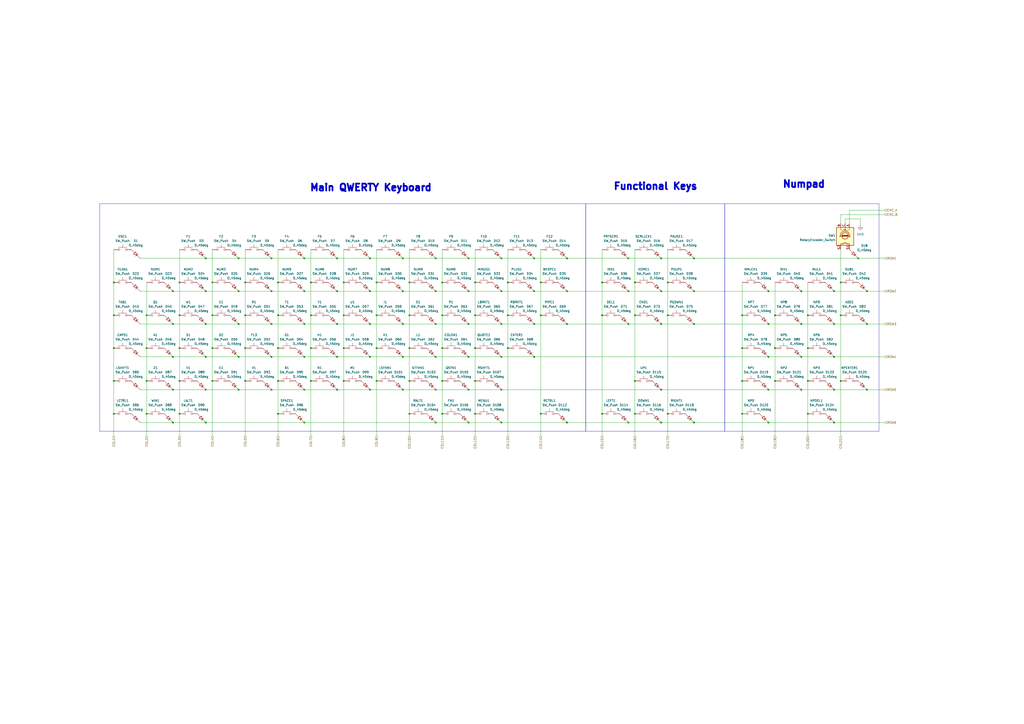
<source format=kicad_sch>
(kicad_sch (version 20231120) (generator "eeschema") (generator_version "8.0")
  (paper "A2")
  (title_block (date "2024-12-24") (rev "1.0") (comment 1 "Basic ANSI Full Keyboard") (comment 2 "Uses diode switch matrix design") (comment 3 "Designed for hotswap sockets in mind"))
  (junction (at 85.09 220.98))
  (junction (at 252.73 187.96))
  (junction (at 502.92 187.96))
  (junction (at 430.53 220.98))
  (junction (at 161.29 220.98))
  (junction (at 119.38 207.01))
  (junction (at 214.63 226.06))
  (junction (at 483.87 226.06))
  (junction (at 138.43 168.91))
  (junction (at 256.54 220.98))
  (junction (at 195.58 187.96))
  (junction (at 237.49 220.98))
  (junction (at 402.59 168.91))
  (junction (at 104.14 201.93))
  (junction (at 157.48 168.91))
  (junction (at 430.53 240.03))
  (junction (at 328.93 245.11))
  (junction (at 483.87 245.11))
  (junction (at 214.63 149.86))
  (junction (at 449.58 220.98))
  (junction (at 290.83 168.91))
  (junction (at 349.25 240.03))
  (junction (at 383.54 245.11))
  (junction (at 468.63 220.98))
  (junction (at 328.93 149.86))
  (junction (at 176.53 149.86))
  (junction (at 218.44 163.83))
  (junction (at 66.04 220.98))
  (junction (at 368.3 163.83))
  (junction (at 364.49 245.11))
  (junction (at 449.58 182.88))
  (junction (at 290.83 226.06))
  (junction (at 119.38 226.06))
  (junction (at 290.83 245.11))
  (junction (at 119.38 187.96))
  (junction (at 271.78 226.06))
  (junction (at 176.53 187.96))
  (junction (at 275.59 220.98))
  (junction (at 497.84 149.86))
  (junction (at 387.35 163.83))
  (junction (at 233.68 207.01))
  (junction (at 445.77 226.06))
  (junction (at 464.82 187.96))
  (junction (at 142.24 182.88))
  (junction (at 66.04 182.88))
  (junction (at 218.44 182.88))
  (junction (at 214.63 168.91))
  (junction (at 157.48 226.06))
  (junction (at 275.59 163.83))
  (junction (at 502.92 226.06))
  (junction (at 233.68 168.91))
  (junction (at 161.29 182.88))
  (junction (at 430.53 201.93))
  (junction (at 368.3 182.88))
  (junction (at 104.14 182.88))
  (junction (at 214.63 207.01))
  (junction (at 176.53 245.11))
  (junction (at 199.39 220.98))
  (junction (at 138.43 226.06))
  (junction (at 468.63 201.93))
  (junction (at 402.59 187.96))
  (junction (at 119.38 168.91))
  (junction (at 180.34 163.83))
  (junction (at 85.09 240.03))
  (junction (at 256.54 163.83))
  (junction (at 313.69 182.88))
  (junction (at 275.59 182.88))
  (junction (at 290.83 149.86))
  (junction (at 237.49 182.88))
  (junction (at 349.25 182.88))
  (junction (at 157.48 187.96))
  (junction (at 119.38 149.86))
  (junction (at 402.59 245.11))
  (junction (at 199.39 163.83))
  (junction (at 349.25 163.83))
  (junction (at 483.87 187.96))
  (junction (at 387.35 182.88))
  (junction (at 275.59 201.93))
  (junction (at 464.82 226.06))
  (junction (at 445.77 168.91))
  (junction (at 387.35 240.03))
  (junction (at 309.88 168.91))
  (junction (at 328.93 187.96))
  (junction (at 328.93 168.91))
  (junction (at 487.68 220.98))
  (junction (at 237.49 240.03))
  (junction (at 100.33 207.01))
  (junction (at 368.3 240.03))
  (junction (at 468.63 240.03))
  (junction (at 290.83 207.01))
  (junction (at 85.09 182.88))
  (junction (at 271.78 187.96))
  (junction (at 233.68 226.06))
  (junction (at 483.87 168.91))
  (junction (at 176.53 226.06))
  (junction (at 383.54 226.06))
  (junction (at 195.58 149.86))
  (junction (at 252.73 245.11))
  (junction (at 176.53 168.91))
  (junction (at 237.49 163.83))
  (junction (at 218.44 201.93))
  (junction (at 445.77 245.11))
  (junction (at 445.77 187.96))
  (junction (at 100.33 245.11))
  (junction (at 256.54 240.03))
  (junction (at 142.24 163.83))
  (junction (at 119.38 245.11))
  (junction (at 138.43 149.86))
  (junction (at 218.44 220.98))
  (junction (at 464.82 207.01))
  (junction (at 464.82 168.91))
  (junction (at 66.04 240.03))
  (junction (at 214.63 187.96))
  (junction (at 271.78 168.91))
  (junction (at 294.64 201.93))
  (junction (at 157.48 149.86))
  (junction (at 123.19 201.93))
  (junction (at 180.34 220.98))
  (junction (at 313.69 163.83))
  (junction (at 176.53 207.01))
  (junction (at 66.04 163.83))
  (junction (at 309.88 149.86))
  (junction (at 138.43 187.96))
  (junction (at 199.39 182.88))
  (junction (at 271.78 245.11))
  (junction (at 271.78 149.86))
  (junction (at 364.49 187.96))
  (junction (at 195.58 168.91))
  (junction (at 142.24 220.98))
  (junction (at 180.34 201.93))
  (junction (at 487.68 163.83))
  (junction (at 256.54 201.93))
  (junction (at 161.29 240.03))
  (junction (at 157.48 207.01))
  (junction (at 294.64 163.83))
  (junction (at 100.33 168.91))
  (junction (at 430.53 182.88))
  (junction (at 468.63 182.88))
  (junction (at 252.73 168.91))
  (junction (at 100.33 226.06))
  (junction (at 364.49 168.91))
  (junction (at 252.73 207.01))
  (junction (at 237.49 201.93))
  (junction (at 161.29 201.93))
  (junction (at 309.88 207.01))
  (junction (at 402.59 149.86))
  (junction (at 487.68 182.88))
  (junction (at 383.54 187.96))
  (junction (at 233.68 187.96))
  (junction (at 256.54 182.88))
  (junction (at 290.83 187.96))
  (junction (at 138.43 207.01))
  (junction (at 104.14 220.98))
  (junction (at 449.58 201.93))
  (junction (at 445.77 207.01))
  (junction (at 195.58 226.06))
  (junction (at 100.33 187.96))
  (junction (at 161.29 163.83))
  (junction (at 368.3 220.98))
  (junction (at 123.19 220.98))
  (junction (at 252.73 226.06))
  (junction (at 123.19 163.83))
  (junction (at 364.49 149.86))
  (junction (at 233.68 149.86))
  (junction (at 502.92 168.91))
  (junction (at 313.69 240.03))
  (junction (at 104.14 240.03))
  (junction (at 85.09 201.93))
  (junction (at 180.34 182.88))
  (junction (at 294.64 182.88))
  (junction (at 66.04 201.93))
  (junction (at 123.19 182.88))
  (junction (at 252.73 149.86))
  (junction (at 142.24 201.93))
  (junction (at 383.54 149.86))
  (junction (at 271.78 207.01))
  (junction (at 483.87 207.01))
  (junction (at 195.58 207.01))
  (junction (at 383.54 168.91))
  (junction (at 275.59 240.03))
  (junction (at 309.88 187.96))
  (junction (at 104.14 163.83))
  (junction (at 199.39 201.93))
  (wire (pts (xy 180.34 144.78) (xy 180.34 163.83)))
  (wire (pts (xy 252.73 245.11) (xy 271.78 245.11)))
  (wire (pts (xy 233.68 168.91) (xy 252.73 168.91)))
  (wire (pts (xy 218.44 182.88) (xy 218.44 201.93)))
  (wire (pts (xy 237.49 201.93) (xy 237.49 220.98)))
  (wire (pts (xy 142.24 163.83) (xy 142.24 182.88)))
  (wire (pts (xy 161.29 163.83) (xy 161.29 182.88)))
  (wire (pts (xy 383.54 226.06) (xy 445.77 226.06)))
  (wire (pts (xy 490.22 127) (xy 499.11 127)))
  (wire (pts (xy 199.39 220.98) (xy 199.39 252.73)))
  (wire (pts (xy 468.63 220.98) (xy 468.63 240.03)))
  (wire (pts (xy 157.48 207.01) (xy 176.53 207.01)))
  (wire (pts (xy 161.29 182.88) (xy 161.29 201.93)))
  (wire (pts (xy 104.14 220.98) (xy 104.14 240.03)))
  (wire (pts (xy 364.49 245.11) (xy 383.54 245.11)))
  (wire (pts (xy 290.83 168.91) (xy 309.88 168.91)))
  (wire (pts (xy 119.38 187.96) (xy 138.43 187.96)))
  (wire (pts (xy 138.43 207.01) (xy 157.48 207.01)))
  (wire (pts (xy 81.28 149.86) (xy 119.38 149.86)))
  (wire (pts (xy 430.53 201.93) (xy 430.53 220.98)))
  (wire (pts (xy 218.44 220.98) (xy 218.44 252.73)))
  (wire (pts (xy 402.59 245.11) (xy 445.77 245.11)))
  (wire (pts (xy 214.63 226.06) (xy 233.68 226.06)))
  (wire (pts (xy 85.09 163.83) (xy 85.09 182.88)))
  (wire (pts (xy 195.58 149.86) (xy 214.63 149.86)))
  (wire (pts (xy 368.3 240.03) (xy 368.3 252.73)))
  (wire (pts (xy 290.83 245.11) (xy 328.93 245.11)))
  (wire (pts (xy 66.04 201.93) (xy 66.04 220.98)))
  (wire (pts (xy 195.58 207.01) (xy 214.63 207.01)))
  (wire (pts (xy 445.77 168.91) (xy 464.82 168.91)))
  (wire (pts (xy 85.09 240.03) (xy 85.09 252.73)))
  (wire (pts (xy 275.59 144.78) (xy 275.59 163.83)))
  (wire (pts (xy 256.54 201.93) (xy 256.54 220.98)))
  (wire (pts (xy 81.28 226.06) (xy 100.33 226.06)))
  (wire (pts (xy 464.82 168.91) (xy 483.87 168.91)))
  (wire (pts (xy 483.87 226.06) (xy 502.92 226.06)))
  (wire (pts (xy 502.92 187.96) (xy 513.08 187.96)))
  (wire (pts (xy 349.25 182.88) (xy 349.25 240.03)))
  (wire (pts (xy 468.63 240.03) (xy 468.63 252.73)))
  (wire (pts (xy 85.09 201.93) (xy 85.09 220.98)))
  (wire (pts (xy 218.44 144.78) (xy 218.44 163.83)))
  (wire (pts (xy 290.83 226.06) (xy 383.54 226.06)))
  (wire (pts (xy 445.77 207.01) (xy 464.82 207.01)))
  (wire (pts (xy 383.54 245.11) (xy 402.59 245.11)))
  (wire (pts (xy 138.43 149.86) (xy 157.48 149.86)))
  (wire (pts (xy 161.29 220.98) (xy 161.29 240.03)))
  (wire (pts (xy 180.34 201.93) (xy 180.34 220.98)))
  (wire (pts (xy 430.53 163.83) (xy 430.53 182.88)))
  (wire (pts (xy 387.35 144.78) (xy 387.35 163.83)))
  (wire (pts (xy 387.35 182.88) (xy 387.35 240.03)))
  (wire (pts (xy 237.49 163.83) (xy 237.49 182.88)))
  (wire (pts (xy 294.64 201.93) (xy 294.64 252.73)))
  (wire (pts (xy 313.69 144.78) (xy 313.69 163.83)))
  (wire (pts (xy 66.04 182.88) (xy 66.04 201.93)))
  (wire (pts (xy 468.63 182.88) (xy 468.63 201.93)))
  (wire (pts (xy 176.53 245.11) (xy 252.73 245.11)))
  (wire (pts (xy 123.19 220.98) (xy 123.19 252.73)))
  (wire (pts (xy 195.58 168.91) (xy 214.63 168.91)))
  (wire (pts (xy 161.29 144.78) (xy 161.29 163.83)))
  (wire (pts (xy 271.78 226.06) (xy 290.83 226.06)))
  (wire (pts (xy 368.3 144.78) (xy 368.3 163.83)))
  (wire (pts (xy 349.25 240.03) (xy 349.25 252.73)))
  (wire (pts (xy 364.49 149.86) (xy 383.54 149.86)))
  (wire (pts (xy 364.49 187.96) (xy 383.54 187.96)))
  (wire (pts (xy 445.77 187.96) (xy 464.82 187.96)))
  (wire (pts (xy 138.43 226.06) (xy 157.48 226.06)))
  (wire (pts (xy 66.04 240.03) (xy 66.04 252.73)))
  (wire (pts (xy 104.14 182.88) (xy 104.14 201.93)))
  (wire (pts (xy 233.68 187.96) (xy 252.73 187.96)))
  (wire (pts (xy 104.14 201.93) (xy 104.14 220.98)))
  (wire (pts (xy 252.73 149.86) (xy 271.78 149.86)))
  (wire (pts (xy 487.68 182.88) (xy 487.68 220.98)))
  (wire (pts (xy 464.82 207.01) (xy 483.87 207.01)))
  (wire (pts (xy 142.24 182.88) (xy 142.24 201.93)))
  (wire (pts (xy 237.49 182.88) (xy 237.49 201.93)))
  (wire (pts (xy 468.63 163.83) (xy 468.63 182.88)))
  (wire (pts (xy 468.63 201.93) (xy 468.63 220.98)))
  (wire (pts (xy 176.53 207.01) (xy 195.58 207.01)))
  (wire (pts (xy 142.24 144.78) (xy 142.24 163.83)))
  (wire (pts (xy 157.48 226.06) (xy 176.53 226.06)))
  (wire (pts (xy 142.24 220.98) (xy 142.24 252.73)))
  (wire (pts (xy 449.58 201.93) (xy 449.58 220.98)))
  (wire (pts (xy 483.87 207.01) (xy 513.08 207.01)))
  (wire (pts (xy 138.43 168.91) (xy 157.48 168.91)))
  (wire (pts (xy 402.59 187.96) (xy 445.77 187.96)))
  (wire (pts (xy 487.68 163.83) (xy 487.68 182.88)))
  (wire (pts (xy 464.82 187.96) (xy 483.87 187.96)))
  (wire (pts (xy 487.68 144.78) (xy 487.68 163.83)))
  (wire (pts (xy 445.77 226.06) (xy 464.82 226.06)))
  (wire (pts (xy 430.53 220.98) (xy 430.53 240.03)))
  (wire (pts (xy 252.73 207.01) (xy 271.78 207.01)))
  (wire (pts (xy 123.19 163.83) (xy 123.19 182.88)))
  (wire (pts (xy 199.39 144.78) (xy 199.39 163.83)))
  (wire (pts (xy 483.87 187.96) (xy 502.92 187.96)))
  (wire (pts (xy 81.28 245.11) (xy 100.33 245.11)))
  (wire (pts (xy 256.54 220.98) (xy 256.54 240.03)))
  (wire (pts (xy 218.44 163.83) (xy 218.44 182.88)))
  (wire (pts (xy 499.11 127) (xy 499.11 130.81)))
  (wire (pts (xy 368.3 182.88) (xy 368.3 220.98)))
  (wire (pts (xy 271.78 245.11) (xy 290.83 245.11)))
  (wire (pts (xy 502.92 168.91) (xy 513.08 168.91)))
  (wire (pts (xy 387.35 163.83) (xy 387.35 182.88)))
  (wire (pts (xy 214.63 207.01) (xy 233.68 207.01)))
  (wire (pts (xy 430.53 240.03) (xy 430.53 252.73)))
  (wire (pts (xy 85.09 220.98) (xy 85.09 240.03)))
  (wire (pts (xy 294.64 182.88) (xy 294.64 201.93)))
  (wire (pts (xy 195.58 226.06) (xy 214.63 226.06)))
  (wire (pts (xy 214.63 149.86) (xy 233.68 149.86)))
  (wire (pts (xy 313.69 182.88) (xy 313.69 240.03)))
  (wire (pts (xy 237.49 220.98) (xy 237.49 240.03)))
  (wire (pts (xy 252.73 168.91) (xy 271.78 168.91)))
  (wire (pts (xy 383.54 168.91) (xy 402.59 168.91)))
  (wire (pts (xy 483.87 168.91) (xy 502.92 168.91)))
  (wire (pts (xy 233.68 207.01) (xy 252.73 207.01)))
  (wire (pts (xy 368.3 163.83) (xy 368.3 182.88)))
  (wire (pts (xy 100.33 207.01) (xy 119.38 207.01)))
  (wire (pts (xy 502.92 226.06) (xy 513.08 226.06)))
  (wire (pts (xy 218.44 201.93) (xy 218.44 220.98)))
  (wire (pts (xy 176.53 168.91) (xy 195.58 168.91)))
  (wire (pts (xy 294.64 144.78) (xy 294.64 163.83)))
  (wire (pts (xy 66.04 144.78) (xy 66.04 163.83)))
  (wire (pts (xy 464.82 226.06) (xy 483.87 226.06)))
  (wire (pts (xy 66.04 163.83) (xy 66.04 182.88)))
  (wire (pts (xy 100.33 226.06) (xy 119.38 226.06)))
  (wire (pts (xy 497.84 149.86) (xy 513.08 149.86)))
  (wire (pts (xy 256.54 144.78) (xy 256.54 163.83)))
  (wire (pts (xy 483.87 245.11) (xy 513.08 245.11)))
  (wire (pts (xy 271.78 149.86) (xy 290.83 149.86)))
  (wire (pts (xy 176.53 187.96) (xy 195.58 187.96)))
  (wire (pts (xy 328.93 149.86) (xy 364.49 149.86)))
  (wire (pts (xy 176.53 226.06) (xy 195.58 226.06)))
  (wire (pts (xy 349.25 144.78) (xy 349.25 163.83)))
  (wire (pts (xy 275.59 201.93) (xy 275.59 220.98)))
  (wire (pts (xy 119.38 226.06) (xy 138.43 226.06)))
  (wire (pts (xy 313.69 163.83) (xy 313.69 182.88)))
  (wire (pts (xy 445.77 245.11) (xy 483.87 245.11)))
  (wire (pts (xy 119.38 245.11) (xy 176.53 245.11)))
  (wire (pts (xy 402.59 149.86) (xy 497.84 149.86)))
  (wire (pts (xy 157.48 187.96) (xy 176.53 187.96)))
  (wire (pts (xy 81.28 168.91) (xy 100.33 168.91)))
  (wire (pts (xy 138.43 187.96) (xy 157.48 187.96)))
  (wire (pts (xy 199.39 163.83) (xy 199.39 182.88)))
  (wire (pts (xy 104.14 144.78) (xy 104.14 163.83)))
  (wire (pts (xy 271.78 207.01) (xy 290.83 207.01)))
  (wire (pts (xy 233.68 149.86) (xy 252.73 149.86)))
  (wire (pts (xy 256.54 182.88) (xy 256.54 201.93)))
  (wire (pts (xy 449.58 163.83) (xy 449.58 182.88)))
  (wire (pts (xy 368.3 220.98) (xy 368.3 240.03)))
  (wire (pts (xy 430.53 182.88) (xy 430.53 201.93)))
  (wire (pts (xy 119.38 168.91) (xy 138.43 168.91)))
  (wire (pts (xy 100.33 245.11) (xy 119.38 245.11)))
  (wire (pts (xy 492.76 121.92) (xy 513.08 121.92)))
  (wire (pts (xy 309.88 187.96) (xy 328.93 187.96)))
  (wire (pts (xy 214.63 168.91) (xy 233.68 168.91)))
  (wire (pts (xy 364.49 168.91) (xy 383.54 168.91)))
  (wire (pts (xy 449.58 182.88) (xy 449.58 201.93)))
  (wire (pts (xy 199.39 182.88) (xy 199.39 201.93)))
  (wire (pts (xy 100.33 168.91) (xy 119.38 168.91)))
  (wire (pts (xy 176.53 149.86) (xy 195.58 149.86)))
  (wire (pts (xy 275.59 163.83) (xy 275.59 182.88)))
  (wire (pts (xy 81.28 187.96) (xy 100.33 187.96)))
  (wire (pts (xy 290.83 149.86) (xy 309.88 149.86)))
  (wire (pts (xy 290.83 187.96) (xy 309.88 187.96)))
  (wire (pts (xy 271.78 168.91) (xy 290.83 168.91)))
  (wire (pts (xy 290.83 207.01) (xy 309.88 207.01)))
  (wire (pts (xy 161.29 240.03) (xy 161.29 252.73)))
  (wire (pts (xy 294.64 163.83) (xy 294.64 182.88)))
  (wire (pts (xy 256.54 163.83) (xy 256.54 182.88)))
  (wire (pts (xy 180.34 182.88) (xy 180.34 201.93)))
  (wire (pts (xy 123.19 182.88) (xy 123.19 201.93)))
  (wire (pts (xy 349.25 163.83) (xy 349.25 182.88)))
  (wire (pts (xy 157.48 168.91) (xy 176.53 168.91)))
  (wire (pts (xy 487.68 220.98) (xy 487.68 252.73)))
  (wire (pts (xy 309.88 207.01) (xy 445.77 207.01)))
  (wire (pts (xy 119.38 207.01) (xy 138.43 207.01)))
  (wire (pts (xy 275.59 240.03) (xy 275.59 252.73)))
  (wire (pts (xy 214.63 187.96) (xy 233.68 187.96)))
  (wire (pts (xy 256.54 240.03) (xy 256.54 252.73)))
  (wire (pts (xy 237.49 144.78) (xy 237.49 163.83)))
  (wire (pts (xy 449.58 220.98) (xy 449.58 252.73)))
  (wire (pts (xy 328.93 245.11) (xy 364.49 245.11)))
  (wire (pts (xy 252.73 226.06) (xy 271.78 226.06)))
  (wire (pts (xy 123.19 201.93) (xy 123.19 220.98)))
  (wire (pts (xy 309.88 149.86) (xy 328.93 149.86)))
  (wire (pts (xy 180.34 220.98) (xy 180.34 252.73)))
  (wire (pts (xy 383.54 187.96) (xy 402.59 187.96)))
  (wire (pts (xy 233.68 226.06) (xy 252.73 226.06)))
  (wire (pts (xy 142.24 201.93) (xy 142.24 220.98)))
  (wire (pts (xy 487.68 124.46) (xy 513.08 124.46)))
  (wire (pts (xy 309.88 168.91) (xy 328.93 168.91)))
  (wire (pts (xy 81.28 207.01) (xy 100.33 207.01)))
  (wire (pts (xy 100.33 187.96) (xy 119.38 187.96)))
  (wire (pts (xy 490.22 129.54) (xy 490.22 127)))
  (wire (pts (xy 180.34 163.83) (xy 180.34 182.88)))
  (wire (pts (xy 104.14 163.83) (xy 104.14 182.88)))
  (wire (pts (xy 199.39 201.93) (xy 199.39 220.98)))
  (wire (pts (xy 195.58 187.96) (xy 214.63 187.96)))
  (wire (pts (xy 275.59 220.98) (xy 275.59 240.03)))
  (wire (pts (xy 328.93 168.91) (xy 364.49 168.91)))
  (wire (pts (xy 383.54 149.86) (xy 402.59 149.86)))
  (wire (pts (xy 119.38 149.86) (xy 138.43 149.86)))
  (wire (pts (xy 313.69 240.03) (xy 313.69 252.73)))
  (wire (pts (xy 123.19 144.78) (xy 123.19 163.83)))
  (wire (pts (xy 402.59 168.91) (xy 445.77 168.91)))
  (wire (pts (xy 157.48 149.86) (xy 176.53 149.86)))
  (wire (pts (xy 328.93 187.96) (xy 364.49 187.96)))
  (wire (pts (xy 85.09 182.88) (xy 85.09 201.93)))
  (wire (pts (xy 237.49 240.03) (xy 237.49 252.73)))
  (wire (pts (xy 275.59 182.88) (xy 275.59 201.93)))
  (wire (pts (xy 66.04 220.98) (xy 66.04 240.03)))
  (wire (pts (xy 271.78 187.96) (xy 290.83 187.96)))
  (wire (pts (xy 487.68 129.54) (xy 487.68 124.46)))
  (wire (pts (xy 104.14 240.03) (xy 104.14 252.73)))
  (wire (pts (xy 161.29 201.93) (xy 161.29 220.98)))
  (wire (pts (xy 252.73 187.96) (xy 271.78 187.96)))
  (wire (pts (xy 387.35 240.03) (xy 387.35 252.73)))
  (wire (pts (xy 492.76 129.54) (xy 492.76 121.92)))
  (rectangle (start 420.37 118.11) (end 509.905 250.19))
  (rectangle (start 57.785 118.11) (end 339.725 250.19))
  (rectangle (start 339.725 118.11) (end 420.37 250.19))
  (text "Functional Keys" (at 380.238 108.204 0) (effects (font (size 4 4) (thickness 1.6) (bold yes))))
  (text "Main QWERTY Keyboard" (at 215.138 108.966 0) (effects (font (size 4 4) (thickness 1.6) (bold yes))))
  (text "Numpad" (at 466.344 106.934 0) (effects (font (size 4 4) (thickness 1.6) (bold yes))))
  (hierarchical_label "COL11" (shape input) (at 256.54 252.73 270))
  (hierarchical_label "COL18" (shape input) (at 430.53 252.73 270))
  (hierarchical_label "ENC_B" (shape input) (at 513.08 124.46 0))
  (hierarchical_label "ROW5" (shape input) (at 513.08 226.06 0))
  (hierarchical_label "ROW6" (shape input) (at 513.08 245.11 0))
  (hierarchical_label "COL19" (shape input) (at 449.58 252.73 270))
  (hierarchical_label "COL15" (shape input) (at 349.25 252.73 270))
  (hierarchical_label "COL8" (shape input) (at 199.39 252.73 270))
  (hierarchical_label "ROW3" (shape input) (at 513.08 187.96 0))
  (hierarchical_label "COL5" (shape input) (at 142.24 252.73 270))
  (hierarchical_label "ROW1" (shape input) (at 513.08 149.86 0))
  (hierarchical_label "COL6" (shape input) (at 161.29 252.73 270))
  (hierarchical_label "COL21" (shape input) (at 487.68 252.73 270))
  (hierarchical_label "ROW2" (shape input) (at 513.08 168.91 0))
  (hierarchical_label "COL13" (shape input) (at 294.64 252.73 270))
  (hierarchical_label "COL16" (shape input) (at 368.3 252.73 270))
  (hierarchical_label "COL7" (shape input) (at 180.34 252.73 270))
  (hierarchical_label "COL1" (shape input) (at 66.04 252.73 270))
  (hierarchical_label "ENC_A" (shape input) (at 513.08 121.92 0))
  (hierarchical_label "COL4" (shape input) (at 123.19 252.73 270))
  (hierarchical_label "COL14" (shape input) (at 313.69 252.73 270))
  (hierarchical_label "ROW4" (shape input) (at 513.08 207.01 0))
  (hierarchical_label "COL2" (shape input) (at 85.09 252.73 270))
  (hierarchical_label "COL20" (shape input) (at 468.63 252.73 270))
  (hierarchical_label "COL10" (shape input) (at 237.49 252.73 270))
  (hierarchical_label "COL12" (shape input) (at 275.59 252.73 270))
  (hierarchical_label "COL3" (shape input) (at 104.14 252.73 270))
  (hierarchical_label "COL9" (shape input) (at 218.44 252.73 270))
  (hierarchical_label "COL17" (shape input) (at 387.35 252.73 270))
  (symbol (lib_id "Switch:SW_Push") (at 473.71 240.03 0) (unit 1)
    (property "Reference" "NPDEL1" (at 473.71 232.41 0))
    (property "Value" "SW_Push" (at 473.71 234.95 0))
    (property "Description" "Push button switch, generic, two pins" (effects (hide yes)))
  )
  (symbol (lib_id "Switch:SW_Push") (at 354.33 182.88 0) (unit 1)
    (property "Reference" "DEL1" (at 354.33 175.26 0))
    (property "Value" "SW_Push" (at 354.33 177.8 0))
    (property "Description" "Push button switch, generic, two pins" (effects (hide yes)))
  )
  (symbol (lib_id "Device:D_45deg") (at 400.05 242.57 0) (unit 1)
    (property "Reference" "D118" (at 400.05 234.95 0))
    (property "Value" "D_45deg" (at 400.05 237.49 0))
    (property "Description" "Diode, rotated by 45°" (effects (hide yes)))
    (property "Sim.Device" "D" (effects (hide yes)))
    (property "Sim.Pins" "1=K 2=A" (effects (hide yes)))
  )
  (symbol (lib_id "Switch:SW_Push") (at 261.62 163.83 0) (unit 1)
    (property "Reference" "NUM0" (at 261.62 156.21 0))
    (property "Value" "SW_Push" (at 261.62 158.75 0))
    (property "Description" "Push button switch, generic, two pins" (effects (hide yes)))
  )
  (symbol (lib_id "Device:D_45deg") (at 361.95 185.42 0) (unit 1)
    (property "Reference" "D71" (at 361.95 177.8 0))
    (property "Value" "D_45deg" (at 361.95 180.34 0))
    (property "Description" "Diode, rotated by 45°" (effects (hide yes)))
    (property "Sim.Device" "D" (effects (hide yes)))
    (property "Sim.Pins" "1=K 2=A" (effects (hide yes)))
  )
  (symbol (lib_id "Device:D_45deg") (at 135.89 223.52 0) (unit 1)
    (property "Reference" "D91" (at 135.89 215.9 0))
    (property "Value" "D_45deg" (at 135.89 218.44 0))
    (property "Description" "Diode, rotated by 45°" (effects (hide yes)))
    (property "Sim.Device" "D" (effects (hide yes)))
    (property "Sim.Pins" "1=K 2=A" (effects (hide yes)))
  )
  (symbol (lib_id "Switch:SW_Push") (at 71.12 240.03 0) (unit 1)
    (property "Reference" "LCTRL1" (at 71.12 232.41 0))
    (property "Value" "SW_Push" (at 71.12 234.95 0))
    (property "Description" "Push button switch, generic, two pins" (effects (hide yes)))
  )
  (symbol (lib_id "Switch:SW_Push") (at 454.66 182.88 0) (unit 1)
    (property "Reference" "NP8" (at 454.66 175.26 0))
    (property "Value" "SW_Push" (at 454.66 177.8 0))
    (property "Description" "Push button switch, generic, two pins" (effects (hide yes)))
  )
  (symbol (lib_id "Switch:SW_Push") (at 454.66 220.98 0) (unit 1)
    (property "Reference" "NP2" (at 454.66 213.36 0))
    (property "Value" "SW_Push" (at 454.66 215.9 0))
    (property "Description" "Push button switch, generic, two pins" (effects (hide yes)))
  )
  (symbol (lib_id "Switch:SW_Push") (at 373.38 182.88 0) (unit 1)
    (property "Reference" "END1" (at 373.38 175.26 0))
    (property "Value" "SW_Push" (at 373.38 177.8 0))
    (property "Description" "Push button switch, generic, two pins" (effects (hide yes)))
  )
  (symbol (lib_id "Switch:SW_Push") (at 204.47 163.83 0) (unit 1)
    (property "Reference" "NUM7" (at 204.47 156.21 0))
    (property "Value" "SW_Push" (at 204.47 158.75 0))
    (property "Description" "Push button switch, generic, two pins" (effects (hide yes)))
  )
  (symbol (lib_id "Device:D_45deg") (at 400.05 166.37 0) (unit 1)
    (property "Reference" "D38" (at 400.05 158.75 0))
    (property "Value" "D_45deg" (at 400.05 161.29 0))
    (property "Description" "Diode, rotated by 45°" (effects (hide yes)))
    (property "Sim.Device" "D" (effects (hide yes)))
    (property "Sim.Pins" "1=K 2=A" (effects (hide yes)))
  )
  (symbol (lib_id "Switch:SW_Push") (at 185.42 182.88 0) (unit 1)
    (property "Reference" "Y1" (at 185.42 175.26 0))
    (property "Value" "SW_Push" (at 185.42 177.8 0))
    (property "Description" "Push button switch, generic, two pins" (effects (hide yes)))
  )
  (symbol (lib_id "Device:D_45deg") (at 116.84 147.32 0) (unit 1)
    (property "Reference" "D3" (at 116.84 139.7 0))
    (property "Value" "D_45deg" (at 116.84 142.24 0))
    (property "Description" "Diode, rotated by 45°" (effects (hide yes)))
    (property "Sim.Device" "D" (effects (hide yes)))
    (property "Sim.Pins" "1=K 2=A" (effects (hide yes)))
  )
  (symbol (lib_id "Switch:SW_Push") (at 473.71 220.98 0) (unit 1)
    (property "Reference" "NP3" (at 473.71 213.36 0))
    (property "Value" "SW_Push" (at 473.71 215.9 0))
    (property "Description" "Push button switch, generic, two pins" (effects (hide yes)))
  )
  (symbol (lib_id "Switch:SW_Push") (at 166.37 144.78 0) (unit 1)
    (property "Reference" "F4" (at 166.37 137.16 0))
    (property "Value" "SW_Push" (at 166.37 139.7 0))
    (property "Description" "Push button switch, generic, two pins" (effects (hide yes)))
  )
  (symbol (lib_id "Switch:SW_Push") (at 454.66 201.93 0) (unit 1)
    (property "Reference" "NP5" (at 454.66 194.31 0))
    (property "Value" "SW_Push" (at 454.66 196.85 0))
    (property "Description" "Push button switch, generic, two pins" (effects (hide yes)))
  )
  (symbol (lib_id "Device:D_45deg") (at 361.95 147.32 0) (unit 1)
    (property "Reference" "D15" (at 361.95 139.7 0))
    (property "Value" "D_45deg" (at 361.95 142.24 0))
    (property "Description" "Diode, rotated by 45°" (effects (hide yes)))
    (property "Sim.Device" "D" (effects (hide yes)))
    (property "Sim.Pins" "1=K 2=A" (effects (hide yes)))
  )
  (symbol (lib_id "Device:D_45deg") (at 269.24 242.57 0) (unit 1)
    (property "Reference" "D106" (at 269.24 234.95 0))
    (property "Value" "D_45deg" (at 269.24 237.49 0))
    (property "Description" "Diode, rotated by 45°" (effects (hide yes)))
    (property "Sim.Device" "D" (effects (hide yes)))
    (property "Sim.Pins" "1=K 2=A" (effects (hide yes)))
  )
  (symbol (lib_id "Device:D_45deg") (at 97.79 223.52 0) (unit 1)
    (property "Reference" "D87" (at 97.79 215.9 0))
    (property "Value" "D_45deg" (at 97.79 218.44 0))
    (property "Description" "Diode, rotated by 45°" (effects (hide yes)))
    (property "Sim.Device" "D" (effects (hide yes)))
    (property "Sim.Pins" "1=K 2=A" (effects (hide yes)))
  )
  (symbol (lib_id "Device:D_45deg") (at 307.34 204.47 0) (unit 1)
    (property "Reference" "D68" (at 307.34 196.85 0))
    (property "Value" "D_45deg" (at 307.34 199.39 0))
    (property "Description" "Diode, rotated by 45°" (effects (hide yes)))
    (property "Sim.Device" "D" (effects (hide yes)))
    (property "Sim.Pins" "1=K 2=A" (effects (hide yes)))
  )
  (symbol (lib_id "Switch:SW_Push") (at 109.22 240.03 0) (unit 1)
    (property "Reference" "LALT1" (at 109.22 232.41 0))
    (property "Value" "SW_Push" (at 109.22 234.95 0))
    (property "Description" "Push button switch, generic, two pins" (effects (hide yes)))
  )
  (symbol (lib_id "Device:D_45deg") (at 269.24 185.42 0) (unit 1)
    (property "Reference" "D63" (at 269.24 177.8 0))
    (property "Value" "D_45deg" (at 269.24 180.34 0))
    (property "Description" "Diode, rotated by 45°" (effects (hide yes)))
    (property "Sim.Device" "D" (effects (hide yes)))
    (property "Sim.Pins" "1=K 2=A" (effects (hide yes)))
  )
  (symbol (lib_id "Device:D_45deg") (at 250.19 185.42 0) (unit 1)
    (property "Reference" "D61" (at 250.19 177.8 0))
    (property "Value" "D_45deg" (at 250.19 180.34 0))
    (property "Description" "Diode, rotated by 45°" (effects (hide yes)))
    (property "Sim.Device" "D" (effects (hide yes)))
    (property "Sim.Pins" "1=K 2=A" (effects (hide yes)))
  )
  (symbol (lib_id "Switch:SW_Push") (at 223.52 163.83 0) (unit 1)
    (property "Reference" "NUM8" (at 223.52 156.21 0))
    (property "Value" "SW_Push" (at 223.52 158.75 0))
    (property "Description" "Push button switch, generic, two pins" (effects (hide yes)))
  )
  (symbol (lib_id "Device:D_45deg") (at 269.24 223.52 0) (unit 1)
    (property "Reference" "D105" (at 269.24 215.9 0))
    (property "Value" "D_45deg" (at 269.24 218.44 0))
    (property "Description" "Diode, rotated by 45°" (effects (hide yes)))
    (property "Sim.Device" "D" (effects (hide yes)))
    (property "Sim.Pins" "1=K 2=A" (effects (hide yes)))
  )
  (symbol (lib_id "Device:D_45deg") (at 326.39 242.57 0) (unit 1)
    (property "Reference" "D112" (at 326.39 234.95 0))
    (property "Value" "D_45deg" (at 326.39 237.49 0))
    (property "Description" "Diode, rotated by 45°" (effects (hide yes)))
    (property "Sim.Device" "D" (effects (hide yes)))
    (property "Sim.Pins" "1=K 2=A" (effects (hide yes)))
  )
  (symbol (lib_id "Switch:SW_Push") (at 318.77 182.88 0) (unit 1)
    (property "Reference" "PIPE1" (at 318.77 175.26 0))
    (property "Value" "SW_Push" (at 318.77 177.8 0))
    (property "Description" "Push button switch, generic, two pins" (effects (hide yes)))
  )
  (symbol (lib_id "Device:D_45deg") (at 381 185.42 0) (unit 1)
    (property "Reference" "D73" (at 381 177.8 0))
    (property "Value" "D_45deg" (at 381 180.34 0))
    (property "Description" "Diode, rotated by 45°" (effects (hide yes)))
    (property "Sim.Device" "D" (effects (hide yes)))
    (property "Sim.Pins" "1=K 2=A" (effects (hide yes)))
  )
  (symbol (lib_id "Device:D_45deg") (at 462.28 223.52 0) (unit 1)
    (property "Reference" "D121" (at 462.28 215.9 0))
    (property "Value" "D_45deg" (at 462.28 218.44 0))
    (property "Description" "Diode, rotated by 45°" (effects (hide yes)))
    (property "Sim.Device" "D" (effects (hide yes)))
    (property "Sim.Pins" "1=K 2=A" (effects (hide yes)))
  )
  (symbol (lib_id "Device:D_45deg") (at 307.34 166.37 0) (unit 1)
    (property "Reference" "D34" (at 307.34 158.75 0))
    (property "Value" "D_45deg" (at 307.34 161.29 0))
    (property "Description" "Diode, rotated by 45°" (effects (hide yes)))
    (property "Sim.Device" "D" (effects (hide yes)))
    (property "Sim.Pins" "1=K 2=A" (effects (hide yes)))
  )
  (symbol (lib_id "Switch:SW_Push") (at 204.47 182.88 0) (unit 1)
    (property "Reference" "U1" (at 204.47 175.26 0))
    (property "Value" "SW_Push" (at 204.47 177.8 0))
    (property "Description" "Push button switch, generic, two pins" (effects (hide yes)))
  )
  (symbol (lib_id "Switch:SW_Push") (at 242.57 163.83 0) (unit 1)
    (property "Reference" "NUM9" (at 242.57 156.21 0))
    (property "Value" "SW_Push" (at 242.57 158.75 0))
    (property "Description" "Push button switch, generic, two pins" (effects (hide yes)))
  )
  (symbol (lib_id "Switch:SW_Push") (at 166.37 220.98 0) (unit 1)
    (property "Reference" "B1" (at 166.37 213.36 0))
    (property "Value" "SW_Push" (at 166.37 215.9 0))
    (property "Description" "Push button switch, generic, two pins" (effects (hide yes)))
  )
  (symbol (lib_id "Device:D_45deg") (at 212.09 185.42 0) (unit 1)
    (property "Reference" "D57" (at 212.09 177.8 0))
    (property "Value" "D_45deg" (at 212.09 180.34 0))
    (property "Description" "Diode, rotated by 45°" (effects (hide yes)))
    (property "Sim.Device" "D" (effects (hide yes)))
    (property "Sim.Pins" "1=K 2=A" (effects (hide yes)))
  )
  (symbol (lib_id "Device:D_45deg") (at 500.38 223.52 0) (unit 1)
    (property "Reference" "D125" (at 500.38 215.9 0))
    (property "Value" "D_45deg" (at 500.38 218.44 0))
    (property "Description" "Diode, rotated by 45°" (effects (hide yes)))
    (property "Sim.Device" "D" (effects (hide yes)))
    (property "Sim.Pins" "1=K 2=A" (effects (hide yes)))
  )
  (symbol (lib_id "Device:D_45deg") (at 116.84 204.47 0) (unit 1)
    (property "Reference" "D48" (at 116.84 196.85 0))
    (property "Value" "D_45deg" (at 116.84 199.39 0))
    (property "Description" "Diode, rotated by 45°" (effects (hide yes)))
    (property "Sim.Device" "D" (effects (hide yes)))
    (property "Sim.Pins" "1=K 2=A" (effects (hide yes)))
  )
  (symbol (lib_id "Device:D_45deg") (at 250.19 166.37 0) (unit 1)
    (property "Reference" "D31" (at 250.19 158.75 0))
    (property "Value" "D_45deg" (at 250.19 161.29 0))
    (property "Description" "Diode, rotated by 45°" (effects (hide yes)))
    (property "Sim.Device" "D" (effects (hide yes)))
    (property "Sim.Pins" "1=K 2=A" (effects (hide yes)))
  )
  (symbol (lib_id "Switch:SW_Push") (at 185.42 163.83 0) (unit 1)
    (property "Reference" "NUM6" (at 185.42 156.21 0))
    (property "Value" "SW_Push" (at 185.42 158.75 0))
    (property "Description" "Push button switch, generic, two pins" (effects (hide yes)))
  )
  (symbol (lib_id "Device:D_45deg") (at 361.95 166.37 0) (unit 1)
    (property "Reference" "D36" (at 361.95 158.75 0))
    (property "Value" "D_45deg" (at 361.95 161.29 0))
    (property "Description" "Diode, rotated by 45°" (effects (hide yes)))
    (property "Sim.Device" "D" (effects (hide yes)))
    (property "Sim.Pins" "1=K 2=A" (effects (hide yes)))
  )
  (symbol (lib_id "Switch:SW_Push") (at 280.67 201.93 0) (unit 1)
    (property "Reference" "QUOTE1" (at 280.67 194.31 0))
    (property "Value" "SW_Push" (at 280.67 196.85 0))
    (property "Description" "Push button switch, generic, two pins" (effects (hide yes)))
  )
  (symbol (lib_id "Device:D_45deg") (at 135.89 147.32 0) (unit 1)
    (property "Reference" "D4" (at 135.89 139.7 0))
    (property "Value" "D_45deg" (at 135.89 142.24 0))
    (property "Description" "Diode, rotated by 45°" (effects (hide yes)))
    (property "Sim.Device" "D" (effects (hide yes)))
    (property "Sim.Pins" "1=K 2=A" (effects (hide yes)))
  )
  (symbol (lib_id "Switch:SW_Push") (at 392.43 163.83 0) (unit 1)
    (property "Reference" "PGUP1" (at 392.43 156.21 0))
    (property "Value" "SW_Push" (at 392.43 158.75 0))
    (property "Description" "Push button switch, generic, two pins" (effects (hide yes)))
  )
  (symbol (lib_id "Device:D_45deg") (at 193.04 204.47 0) (unit 1)
    (property "Reference" "D56" (at 193.04 196.85 0))
    (property "Value" "D_45deg" (at 193.04 199.39 0))
    (property "Description" "Diode, rotated by 45°" (effects (hide yes)))
    (property "Sim.Device" "D" (effects (hide yes)))
    (property "Sim.Pins" "1=K 2=A" (effects (hide yes)))
  )
  (symbol (lib_id "Switch:SW_Push") (at 354.33 163.83 0) (unit 1)
    (property "Reference" "INS1" (at 354.33 156.21 0))
    (property "Value" "SW_Push" (at 354.33 158.75 0))
    (property "Description" "Push button switch, generic, two pins" (effects (hide yes)))
  )
  (symbol (lib_id "Switch:SW_Push") (at 373.38 163.83 0) (unit 1)
    (property "Reference" "HOME1" (at 373.38 156.21 0))
    (property "Value" "SW_Push" (at 373.38 158.75 0))
    (property "Description" "Push button switch, generic, two pins" (effects (hide yes)))
  )
  (symbol (lib_id "Switch:SW_Push") (at 147.32 201.93 0) (unit 1)
    (property "Reference" "F13" (at 147.32 194.31 0))
    (property "Value" "SW_Push" (at 147.32 196.85 0))
    (property "Description" "Push button switch, generic, two pins" (effects (hide yes)))
  )
  (symbol (lib_id "Switch:SW_Push") (at 128.27 144.78 0) (unit 1)
    (property "Reference" "F2" (at 128.27 137.16 0))
    (property "Value" "SW_Push" (at 128.27 139.7 0))
    (property "Description" "Push button switch, generic, two pins" (effects (hide yes)))
  )
  (symbol (lib_id "Switch:SW_Push") (at 166.37 201.93 0) (unit 1)
    (property "Reference" "G1" (at 166.37 194.31 0))
    (property "Value" "SW_Push" (at 166.37 196.85 0))
    (property "Description" "Push button switch, generic, two pins" (effects (hide yes)))
  )
  (symbol (lib_id "Switch:SW_Push") (at 242.57 220.98 0) (unit 1)
    (property "Reference" "GTTHN1" (at 242.57 213.36 0))
    (property "Value" "SW_Push" (at 242.57 215.9 0))
    (property "Description" "Push button switch, generic, two pins" (effects (hide yes)))
  )
  (symbol (lib_id "Device:D_45deg") (at 307.34 185.42 0) (unit 1)
    (property "Reference" "D67" (at 307.34 177.8 0))
    (property "Value" "D_45deg" (at 307.34 180.34 0))
    (property "Description" "Diode, rotated by 45°" (effects (hide yes)))
    (property "Sim.Device" "D" (effects (hide yes)))
    (property "Sim.Pins" "1=K 2=A" (effects (hide yes)))
  )
  (symbol (lib_id "Switch:SW_Push") (at 223.52 201.93 0) (unit 1)
    (property "Reference" "K1" (at 223.52 194.31 0))
    (property "Value" "SW_Push" (at 223.52 196.85 0))
    (property "Description" "Push button switch, generic, two pins" (effects (hide yes)))
  )
  (symbol (lib_id "Device:D_45deg") (at 500.38 185.42 0) (unit 1)
    (property "Reference" "D83" (at 500.38 177.8 0))
    (property "Value" "D_45deg" (at 500.38 180.34 0))
    (property "Description" "Diode, rotated by 45°" (effects (hide yes)))
    (property "Sim.Device" "D" (effects (hide yes)))
    (property "Sim.Pins" "1=K 2=A" (effects (hide yes)))
  )
  (symbol (lib_id "Device:D_45deg") (at 400.05 185.42 0) (unit 1)
    (property "Reference" "D75" (at 400.05 177.8 0))
    (property "Value" "D_45deg" (at 400.05 180.34 0))
    (property "Description" "Diode, rotated by 45°" (effects (hide yes)))
    (property "Sim.Device" "D" (effects (hide yes)))
    (property "Sim.Pins" "1=K 2=A" (effects (hide yes)))
  )
  (symbol (lib_id "Device:D_45deg") (at 381 242.57 0) (unit 1)
    (property "Reference" "D116" (at 381 234.95 0))
    (property "Value" "D_45deg" (at 381 237.49 0))
    (property "Description" "Diode, rotated by 45°" (effects (hide yes)))
    (property "Sim.Device" "D" (effects (hide yes)))
    (property "Sim.Pins" "1=K 2=A" (effects (hide yes)))
  )
  (symbol (lib_id "Device:D_45deg") (at 307.34 147.32 0) (unit 1)
    (property "Reference" "D13" (at 307.34 139.7 0))
    (property "Value" "D_45deg" (at 307.34 142.24 0))
    (property "Description" "Diode, rotated by 45°" (effects (hide yes)))
    (property "Sim.Device" "D" (effects (hide yes)))
    (property "Sim.Pins" "1=K 2=A" (effects (hide yes)))
  )
  (symbol (lib_id "Device:D_45deg") (at 97.79 204.47 0) (unit 1)
    (property "Reference" "D46" (at 97.79 196.85 0))
    (property "Value" "D_45deg" (at 97.79 199.39 0))
    (property "Description" "Diode, rotated by 45°" (effects (hide yes)))
    (property "Sim.Device" "D" (effects (hide yes)))
    (property "Sim.Pins" "1=K 2=A" (effects (hide yes)))
  )
  (symbol (lib_id "Device:D_45deg") (at 381 223.52 0) (unit 1)
    (property "Reference" "D115" (at 381 215.9 0))
    (property "Value" "D_45deg" (at 381 218.44 0))
    (property "Description" "Diode, rotated by 45°" (effects (hide yes)))
    (property "Sim.Device" "D" (effects (hide yes)))
    (property "Sim.Pins" "1=K 2=A" (effects (hide yes)))
  )
  (symbol (lib_id "Device:D_45deg") (at 173.99 204.47 0) (unit 1)
    (property "Reference" "D54" (at 173.99 196.85 0))
    (property "Value" "D_45deg" (at 173.99 199.39 0))
    (property "Description" "Diode, rotated by 45°" (effects (hide yes)))
    (property "Sim.Device" "D" (effects (hide yes)))
    (property "Sim.Pins" "1=K 2=A" (effects (hide yes)))
  )
  (symbol (lib_id "Switch:SW_Push") (at 318.77 144.78 0) (unit 1)
    (property "Reference" "F12" (at 318.77 137.16 0))
    (property "Value" "SW_Push" (at 318.77 139.7 0))
    (property "Description" "Push button switch, generic, two pins" (effects (hide yes)))
  )
  (symbol (lib_id "Device:D_45deg") (at 495.3 147.32 0) (unit 1)
    (property "Reference" "D18" (at 501.396 142.494 0))
    (property "Value" "D_45deg" (at 501.396 145.034 0))
    (property "Description" "Diode, rotated by 45°" (effects (hide yes)))
    (property "Sim.Device" "D" (effects (hide yes)))
    (property "Sim.Pins" "1=K 2=A" (effects (hide yes)))
  )
  (symbol (lib_id "Device:RotaryEncoder_Switch") (at 490.22 137.16 270) (unit 1)
    (property "Reference" "SW1" (at 482.6 136.652 90))
    (property "Value" "RotaryEncoder_Switch" (at 474.218 139.192 90))
    (property "Description" "Rotary encoder, dual channel, incremental quadrate outputs, with switch" (effects (hide yes)))
  )
  (symbol (lib_id "Switch:SW_Push") (at 280.67 220.98 0) (unit 1)
    (property "Reference" "RSHFT1" (at 280.67 213.36 0))
    (property "Value" "SW_Push" (at 280.67 215.9 0))
    (property "Description" "Push button switch, generic, two pins" (effects (hide yes)))
  )
  (symbol (lib_id "Switch:SW_Push") (at 90.17 163.83 0) (unit 1)
    (property "Reference" "NUM1" (at 90.17 156.21 0))
    (property "Value" "SW_Push" (at 90.17 158.75 0))
    (property "Description" "Push button switch, generic, two pins" (effects (hide yes)))
  )
  (symbol (lib_id "Device:D_45deg") (at 231.14 223.52 0) (unit 1)
    (property "Reference" "D101" (at 231.14 215.9 0))
    (property "Value" "D_45deg" (at 231.14 218.44 0))
    (property "Description" "Diode, rotated by 45°" (effects (hide yes)))
    (property "Sim.Device" "D" (effects (hide yes)))
    (property "Sim.Pins" "1=K 2=A" (effects (hide yes)))
  )
  (symbol (lib_id "Switch:SW_Push") (at 373.38 220.98 0) (unit 1)
    (property "Reference" "UP1" (at 373.38 213.36 0))
    (property "Value" "SW_Push" (at 373.38 215.9 0))
    (property "Description" "Push button switch, generic, two pins" (effects (hide yes)))
  )
  (symbol (lib_id "Device:D_45deg") (at 231.14 185.42 0) (unit 1)
    (property "Reference" "D59" (at 231.14 177.8 0))
    (property "Value" "D_45deg" (at 231.14 180.34 0))
    (property "Description" "Diode, rotated by 45°" (effects (hide yes)))
    (property "Sim.Device" "D" (effects (hide yes)))
    (property "Sim.Pins" "1=K 2=A" (effects (hide yes)))
  )
  (symbol (lib_id "Switch:SW_Push") (at 223.52 182.88 0) (unit 1)
    (property "Reference" "I1" (at 223.52 175.26 0))
    (property "Value" "SW_Push" (at 223.52 177.8 0))
    (property "Description" "Push button switch, generic, two pins" (effects (hide yes)))
  )
  (symbol (lib_id "Device:D_45deg") (at 78.74 147.32 0) (unit 1)
    (property "Reference" "D1" (at 78.74 139.7 0))
    (property "Value" "D_45deg" (at 78.74 142.24 0))
    (property "Description" "Diode, rotated by 45°" (effects (hide yes)))
    (property "Sim.Device" "D" (effects (hide yes)))
    (property "Sim.Pins" "1=K 2=A" (effects (hide yes)))
  )
  (symbol (lib_id "Device:D_45deg") (at 443.23 166.37 0) (unit 1)
    (property "Reference" "D39" (at 443.23 158.75 0))
    (property "Value" "D_45deg" (at 443.23 161.29 0))
    (property "Description" "Diode, rotated by 45°" (effects (hide yes)))
    (property "Sim.Device" "D" (effects (hide yes)))
    (property "Sim.Pins" "1=K 2=A" (effects (hide yes)))
  )
  (symbol (lib_id "Device:D_45deg") (at 326.39 185.42 0) (unit 1)
    (property "Reference" "D69" (at 326.39 177.8 0))
    (property "Value" "D_45deg" (at 326.39 180.34 0))
    (property "Description" "Diode, rotated by 45°" (effects (hide yes)))
    (property "Sim.Device" "D" (effects (hide yes)))
    (property "Sim.Pins" "1=K 2=A" (effects (hide yes)))
  )
  (symbol (lib_id "Device:D_45deg") (at 462.28 166.37 0) (unit 1)
    (property "Reference" "D40" (at 462.28 158.75 0))
    (property "Value" "D_45deg" (at 462.28 161.29 0))
    (property "Description" "Diode, rotated by 45°" (effects (hide yes)))
    (property "Sim.Device" "D" (effects (hide yes)))
    (property "Sim.Pins" "1=K 2=A" (effects (hide yes)))
  )
  (symbol (lib_id "Device:D_45deg") (at 462.28 204.47 0) (unit 1)
    (property "Reference" "D80" (at 462.28 196.85 0))
    (property "Value" "D_45deg" (at 462.28 199.39 0))
    (property "Description" "Diode, rotated by 45°" (effects (hide yes)))
    (property "Sim.Device" "D" (effects (hide yes)))
    (property "Sim.Pins" "1=K 2=A" (effects (hide yes)))
  )
  (symbol (lib_id "Device:D_45deg") (at 326.39 166.37 0) (unit 1)
    (property "Reference" "D35" (at 326.39 158.75 0))
    (property "Value" "D_45deg" (at 326.39 161.29 0))
    (property "Description" "Diode, rotated by 45°" (effects (hide yes)))
    (property "Sim.Device" "D" (effects (hide yes)))
    (property "Sim.Pins" "1=K 2=A" (effects (hide yes)))
  )
  (symbol (lib_id "Device:D_45deg") (at 481.33 204.47 0) (unit 1)
    (property "Reference" "D82" (at 481.33 196.85 0))
    (property "Value" "D_45deg" (at 481.33 199.39 0))
    (property "Description" "Diode, rotated by 45°" (effects (hide yes)))
    (property "Sim.Device" "D" (effects (hide yes)))
    (property "Sim.Pins" "1=K 2=A" (effects (hide yes)))
  )
  (symbol (lib_id "Device:D_45deg") (at 212.09 204.47 0) (unit 1)
    (property "Reference" "D58" (at 212.09 196.85 0))
    (property "Value" "D_45deg" (at 212.09 199.39 0))
    (property "Description" "Diode, rotated by 45°" (effects (hide yes)))
    (property "Sim.Device" "D" (effects (hide yes)))
    (property "Sim.Pins" "1=K 2=A" (effects (hide yes)))
  )
  (symbol (lib_id "Switch:SW_Push") (at 71.12 163.83 0) (unit 1)
    (property "Reference" "TILDA1" (at 71.12 156.21 0))
    (property "Value" "SW_Push" (at 71.12 158.75 0))
    (property "Description" "Push button switch, generic, two pins" (effects (hide yes)))
  )
  (symbol (lib_id "Switch:SW_Push") (at 109.22 201.93 0) (unit 1)
    (property "Reference" "S1" (at 109.22 194.31 0))
    (property "Value" "SW_Push" (at 109.22 196.85 0))
    (property "Description" "Push button switch, generic, two pins" (effects (hide yes)))
  )
  (symbol (lib_id "Device:D_45deg") (at 193.04 166.37 0) (unit 1)
    (property "Reference" "D28" (at 193.04 158.75 0))
    (property "Value" "D_45deg" (at 193.04 161.29 0))
    (property "Description" "Diode, rotated by 45°" (effects (hide yes)))
    (property "Sim.Device" "D" (effects (hide yes)))
    (property "Sim.Pins" "1=K 2=A" (effects (hide yes)))
  )
  (symbol (lib_id "Switch:SW_Push") (at 128.27 220.98 0) (unit 1)
    (property "Reference" "C1" (at 128.27 213.36 0))
    (property "Value" "SW_Push" (at 128.27 215.9 0))
    (property "Description" "Push button switch, generic, two pins" (effects (hide yes)))
  )
  (symbol (lib_id "Device:D_45deg") (at 97.79 242.57 0) (unit 1)
    (property "Reference" "D88" (at 97.79 234.95 0))
    (property "Value" "D_45deg" (at 97.79 237.49 0))
    (property "Description" "Diode, rotated by 45°" (effects (hide yes)))
    (property "Sim.Device" "D" (effects (hide yes)))
    (property "Sim.Pins" "1=K 2=A" (effects (hide yes)))
  )
  (symbol (lib_id "Device:D_45deg") (at 173.99 147.32 0) (unit 1)
    (property "Reference" "D6" (at 173.99 139.7 0))
    (property "Value" "D_45deg" (at 173.99 142.24 0))
    (property "Description" "Diode, rotated by 45°" (effects (hide yes)))
    (property "Sim.Device" "D" (effects (hide yes)))
    (property "Sim.Pins" "1=K 2=A" (effects (hide yes)))
  )
  (symbol (lib_id "Switch:SW_Push") (at 185.42 144.78 0) (unit 1)
    (property "Reference" "F5" (at 185.42 137.16 0))
    (property "Value" "SW_Push" (at 185.42 139.7 0))
    (property "Description" "Push button switch, generic, two pins" (effects (hide yes)))
  )
  (symbol (lib_id "Switch:SW_Push") (at 109.22 182.88 0) (unit 1)
    (property "Reference" "W1" (at 109.22 175.26 0))
    (property "Value" "SW_Push" (at 109.22 177.8 0))
    (property "Description" "Push button switch, generic, two pins" (effects (hide yes)))
  )
  (symbol (lib_id "Device:D_45deg") (at 116.84 166.37 0) (unit 1)
    (property "Reference" "D24" (at 116.84 158.75 0))
    (property "Value" "D_45deg" (at 116.84 161.29 0))
    (property "Description" "Diode, rotated by 45°" (effects (hide yes)))
    (property "Sim.Device" "D" (effects (hide yes)))
    (property "Sim.Pins" "1=K 2=A" (effects (hide yes)))
  )
  (symbol (lib_id "Switch:SW_Push") (at 492.76 163.83 0) (unit 1)
    (property "Reference" "SUB1" (at 492.76 156.21 0))
    (property "Value" "SW_Push" (at 492.76 158.75 0))
    (property "Description" "Push button switch, generic, two pins" (effects (hide yes)))
  )
  (symbol (lib_id "Switch:SW_Push") (at 242.57 240.03 0) (unit 1)
    (property "Reference" "RALT1" (at 242.57 232.41 0))
    (property "Value" "SW_Push" (at 242.57 234.95 0))
    (property "Description" "Push button switch, generic, two pins" (effects (hide yes)))
  )
  (symbol (lib_id "Device:D_45deg") (at 288.29 242.57 0) (unit 1)
    (property "Reference" "D108" (at 288.29 234.95 0))
    (property "Value" "D_45deg" (at 288.29 237.49 0))
    (property "Description" "Diode, rotated by 45°" (effects (hide yes)))
    (property "Sim.Device" "D" (effects (hide yes)))
    (property "Sim.Pins" "1=K 2=A" (effects (hide yes)))
  )
  (symbol (lib_id "Device:D_45deg") (at 481.33 242.57 0) (unit 1)
    (property "Reference" "D124" (at 481.33 234.95 0))
    (property "Value" "D_45deg" (at 481.33 237.49 0))
    (property "Description" "Diode, rotated by 45°" (effects (hide yes)))
    (property "Sim.Device" "D" (effects (hide yes)))
    (property "Sim.Pins" "1=K 2=A" (effects (hide yes)))
  )
  (symbol (lib_id "Device:D_45deg") (at 193.04 185.42 0) (unit 1)
    (property "Reference" "D55" (at 193.04 177.8 0))
    (property "Value" "D_45deg" (at 193.04 180.34 0))
    (property "Description" "Diode, rotated by 45°" (effects (hide yes)))
    (property "Sim.Device" "D" (effects (hide yes)))
    (property "Sim.Pins" "1=K 2=A" (effects (hide yes)))
  )
  (symbol (lib_id "Switch:SW_Push") (at 128.27 163.83 0) (unit 1)
    (property "Reference" "NUM3" (at 128.27 156.21 0))
    (property "Value" "SW_Push" (at 128.27 158.75 0))
    (property "Description" "Push button switch, generic, two pins" (effects (hide yes)))
  )
  (symbol (lib_id "Switch:SW_Push") (at 280.67 182.88 0) (unit 1)
    (property "Reference" "LBRKT1" (at 280.67 175.26 0))
    (property "Value" "SW_Push" (at 280.67 177.8 0))
    (property "Description" "Push button switch, generic, two pins" (effects (hide yes)))
  )
  (symbol (lib_id "Device:D_45deg") (at 173.99 185.42 0) (unit 1)
    (property "Reference" "D53" (at 173.99 177.8 0))
    (property "Value" "D_45deg" (at 173.99 180.34 0))
    (property "Description" "Diode, rotated by 45°" (effects (hide yes)))
    (property "Sim.Device" "D" (effects (hide yes)))
    (property "Sim.Pins" "1=K 2=A" (effects (hide yes)))
  )
  (symbol (lib_id "Switch:SW_Push") (at 299.72 163.83 0) (unit 1)
    (property "Reference" "PLUS1" (at 299.72 156.21 0))
    (property "Value" "SW_Push" (at 299.72 158.75 0))
    (property "Description" "Push button switch, generic, two pins" (effects (hide yes)))
  )
  (symbol (lib_id "Device:D_45deg") (at 288.29 185.42 0) (unit 1)
    (property "Reference" "D65" (at 288.29 177.8 0))
    (property "Value" "D_45deg" (at 288.29 180.34 0))
    (property "Description" "Diode, rotated by 45°" (effects (hide yes)))
    (property "Sim.Device" "D" (effects (hide yes)))
    (property "Sim.Pins" "1=K 2=A" (effects (hide yes)))
  )
  (symbol (lib_id "Device:D_45deg") (at 212.09 166.37 0) (unit 1)
    (property "Reference" "D29" (at 212.09 158.75 0))
    (property "Value" "D_45deg" (at 212.09 161.29 0))
    (property "Description" "Diode, rotated by 45°" (effects (hide yes)))
    (property "Sim.Device" "D" (effects (hide yes)))
    (property "Sim.Pins" "1=K 2=A" (effects (hide yes)))
  )
  (symbol (lib_id "Switch:SW_Push") (at 435.61 182.88 0) (unit 1)
    (property "Reference" "NP7" (at 435.61 175.26 0))
    (property "Value" "SW_Push" (at 435.61 177.8 0))
    (property "Description" "Push button switch, generic, two pins" (effects (hide yes)))
  )
  (symbol (lib_id "Switch:SW_Push") (at 71.12 182.88 0) (unit 1)
    (property "Reference" "TAB1" (at 71.12 175.26 0))
    (property "Value" "SW_Push" (at 71.12 177.8 0))
    (property "Description" "Push button switch, generic, two pins" (effects (hide yes)))
  )
  (symbol (lib_id "Device:D_45deg") (at 135.89 204.47 0) (unit 1)
    (property "Reference" "D50" (at 135.89 196.85 0))
    (property "Value" "D_45deg" (at 135.89 199.39 0))
    (property "Description" "Diode, rotated by 45°" (effects (hide yes)))
    (property "Sim.Device" "D" (effects (hide yes)))
    (property "Sim.Pins" "1=K 2=A" (effects (hide yes)))
  )
  (symbol (lib_id "Switch:SW_Push") (at 147.32 220.98 0) (unit 1)
    (property "Reference" "V1" (at 147.32 213.36 0))
    (property "Value" "SW_Push" (at 147.32 215.9 0))
    (property "Description" "Push button switch, generic, two pins" (effects (hide yes)))
  )
  (symbol (lib_id "Device:D_45deg") (at 250.19 223.52 0) (unit 1)
    (property "Reference" "D103" (at 250.19 215.9 0))
    (property "Value" "D_45deg" (at 250.19 218.44 0))
    (property "Description" "Diode, rotated by 45°" (effects (hide yes)))
    (property "Sim.Device" "D" (effects (hide yes)))
    (property "Sim.Pins" "1=K 2=A" (effects (hide yes)))
  )
  (symbol (lib_id "Device:D_45deg") (at 154.94 185.42 0) (unit 1)
    (property "Reference" "D51" (at 154.94 177.8 0))
    (property "Value" "D_45deg" (at 154.94 180.34 0))
    (property "Description" "Diode, rotated by 45°" (effects (hide yes)))
    (property "Sim.Device" "D" (effects (hide yes)))
    (property "Sim.Pins" "1=K 2=A" (effects (hide yes)))
  )
  (symbol (lib_id "Switch:SW_Push") (at 109.22 163.83 0) (unit 1)
    (property "Reference" "NUM2" (at 109.22 156.21 0))
    (property "Value" "SW_Push" (at 109.22 158.75 0))
    (property "Description" "Push button switch, generic, two pins" (effects (hide yes)))
  )
  (symbol (lib_id "Device:D_45deg") (at 78.74 223.52 0) (unit 1)
    (property "Reference" "D85" (at 78.74 215.9 0))
    (property "Value" "D_45deg" (at 78.74 218.44 0))
    (property "Description" "Diode, rotated by 45°" (effects (hide yes)))
    (property "Sim.Device" "D" (effects (hide yes)))
    (property "Sim.Pins" "1=K 2=A" (effects (hide yes)))
  )
  (symbol (lib_id "Switch:SW_Push") (at 299.72 144.78 0) (unit 1)
    (property "Reference" "F11" (at 299.72 137.16 0))
    (property "Value" "SW_Push" (at 299.72 139.7 0))
    (property "Description" "Push button switch, generic, two pins" (effects (hide yes)))
  )
  (symbol (lib_id "Device:D_45deg") (at 400.05 147.32 0) (unit 1)
    (property "Reference" "D17" (at 400.05 139.7 0))
    (property "Value" "D_45deg" (at 400.05 142.24 0))
    (property "Description" "Diode, rotated by 45°" (effects (hide yes)))
    (property "Sim.Device" "D" (effects (hide yes)))
    (property "Sim.Pins" "1=K 2=A" (effects (hide yes)))
  )
  (symbol (lib_id "Device:D_45deg") (at 288.29 223.52 0) (unit 1)
    (property "Reference" "D107" (at 288.29 215.9 0))
    (property "Value" "D_45deg" (at 288.29 218.44 0))
    (property "Description" "Diode, rotated by 45°" (effects (hide yes)))
    (property "Sim.Device" "D" (effects (hide yes)))
    (property "Sim.Pins" "1=K 2=A" (effects (hide yes)))
  )
  (symbol (lib_id "Device:D_45deg") (at 288.29 147.32 0) (unit 1)
    (property "Reference" "D12" (at 288.29 139.7 0))
    (property "Value" "D_45deg" (at 288.29 142.24 0))
    (property "Description" "Diode, rotated by 45°" (effects (hide yes)))
    (property "Sim.Device" "D" (effects (hide yes)))
    (property "Sim.Pins" "1=K 2=A" (effects (hide yes)))
  )
  (symbol (lib_id "Switch:SW_Push") (at 261.62 144.78 0) (unit 1)
    (property "Reference" "F9" (at 261.62 137.16 0))
    (property "Value" "SW_Push" (at 261.62 139.7 0))
    (property "Description" "Push button switch, generic, two pins" (effects (hide yes)))
  )
  (symbol (lib_id "Device:D_45deg") (at 443.23 223.52 0) (unit 1)
    (property "Reference" "D119" (at 443.23 215.9 0))
    (property "Value" "D_45deg" (at 443.23 218.44 0))
    (property "Description" "Diode, rotated by 45°" (effects (hide yes)))
    (property "Sim.Device" "D" (effects (hide yes)))
    (property "Sim.Pins" "1=K 2=A" (effects (hide yes)))
  )
  (symbol (lib_id "Switch:SW_Push") (at 223.52 144.78 0) (unit 1)
    (property "Reference" "F7" (at 223.52 137.16 0))
    (property "Value" "SW_Push" (at 223.52 139.7 0))
    (property "Description" "Push button switch, generic, two pins" (effects (hide yes)))
  )
  (symbol (lib_id "Switch:SW_Push") (at 299.72 182.88 0) (unit 1)
    (property "Reference" "RBRKT1" (at 299.72 175.26 0))
    (property "Value" "SW_Push" (at 299.72 177.8 0))
    (property "Description" "Push button switch, generic, two pins" (effects (hide yes)))
  )
  (symbol (lib_id "Switch:SW_Push") (at 280.67 144.78 0) (unit 1)
    (property "Reference" "F10" (at 280.67 137.16 0))
    (property "Value" "SW_Push" (at 280.67 139.7 0))
    (property "Description" "Push button switch, generic, two pins" (effects (hide yes)))
  )
  (symbol (lib_id "Device:D_45deg") (at 78.74 166.37 0) (unit 1)
    (property "Reference" "D22" (at 78.74 158.75 0))
    (property "Value" "D_45deg" (at 78.74 161.29 0))
    (property "Description" "Diode, rotated by 45°" (effects (hide yes)))
    (property "Sim.Device" "D" (effects (hide yes)))
    (property "Sim.Pins" "1=K 2=A" (effects (hide yes)))
  )
  (symbol (lib_id "Device:D_45deg") (at 193.04 147.32 0) (unit 1)
    (property "Reference" "D7" (at 193.04 139.7 0))
    (property "Value" "D_45deg" (at 193.04 142.24 0))
    (property "Description" "Diode, rotated by 45°" (effects (hide yes)))
    (property "Sim.Device" "D" (effects (hide yes)))
    (property "Sim.Pins" "1=K 2=A" (effects (hide yes)))
  )
  (symbol (lib_id "Switch:SW_Push") (at 109.22 220.98 0) (unit 1)
    (property "Reference" "X1" (at 109.22 213.36 0))
    (property "Value" "SW_Push" (at 109.22 215.9 0))
    (property "Description" "Push button switch, generic, two pins" (effects (hide yes)))
  )
  (symbol (lib_id "Device:D_45deg") (at 154.94 147.32 0) (unit 1)
    (property "Reference" "D5" (at 154.94 139.7 0))
    (property "Value" "D_45deg" (at 154.94 142.24 0))
    (property "Description" "Diode, rotated by 45°" (effects (hide yes)))
    (property "Sim.Device" "D" (effects (hide yes)))
    (property "Sim.Pins" "1=K 2=A" (effects (hide yes)))
  )
  (symbol (lib_id "Switch:SW_Push") (at 492.76 220.98 0) (unit 1)
    (property "Reference" "NPENTER1" (at 492.76 213.36 0))
    (property "Value" "SW_Push" (at 492.76 215.9 0))
    (property "Description" "Push button switch, generic, two pins" (effects (hide yes)))
  )
  (symbol (lib_id "Switch:SW_Push") (at 109.22 144.78 0) (unit 1)
    (property "Reference" "F1" (at 109.22 137.16 0))
    (property "Value" "SW_Push" (at 109.22 139.7 0))
    (property "Description" "Push button switch, generic, two pins" (effects (hide yes)))
  )
  (symbol (lib_id "Switch:SW_Push") (at 166.37 182.88 0) (unit 1)
    (property "Reference" "T1" (at 166.37 175.26 0))
    (property "Value" "SW_Push" (at 166.37 177.8 0))
    (property "Description" "Push button switch, generic, two pins" (effects (hide yes)))
  )
  (symbol (lib_id "power:GND") (at 499.11 130.81 0) (unit 1)
    (property "Reference" "#PWR011" (effects (hide yes)))
    (property "Value" "GND" (at 499.11 135.89 0))
    (property "Description" "Power symbol creates a global label with name \"GND\" , ground" (effects (hide yes)))
  )
  (symbol (lib_id "Switch:SW_Push") (at 261.62 182.88 0) (unit 1)
    (property "Reference" "P1" (at 261.62 175.26 0))
    (property "Value" "SW_Push" (at 261.62 177.8 0))
    (property "Description" "Push button switch, generic, two pins" (effects (hide yes)))
  )
  (symbol (lib_id "Device:D_45deg") (at 97.79 166.37 0) (unit 1)
    (property "Reference" "D23" (at 97.79 158.75 0))
    (property "Value" "D_45deg" (at 97.79 161.29 0))
    (property "Description" "Diode, rotated by 45°" (effects (hide yes)))
    (property "Sim.Device" "D" (effects (hide yes)))
    (property "Sim.Pins" "1=K 2=A" (effects (hide yes)))
  )
  (symbol (lib_id "Switch:SW_Push") (at 147.32 182.88 0) (unit 1)
    (property "Reference" "R1" (at 147.32 175.26 0))
    (property "Value" "SW_Push" (at 147.32 177.8 0))
    (property "Description" "Push button switch, generic, two pins" (effects (hide yes)))
  )
  (symbol (lib_id "Device:D_45deg") (at 116.84 185.42 0) (unit 1)
    (property "Reference" "D47" (at 116.84 177.8 0))
    (property "Value" "D_45deg" (at 116.84 180.34 0))
    (property "Description" "Diode, rotated by 45°" (effects (hide yes)))
    (property "Sim.Device" "D" (effects (hide yes)))
    (property "Sim.Pins" "1=K 2=A" (effects (hide yes)))
  )
  (symbol (lib_id "Device:D_45deg") (at 443.23 204.47 0) (unit 1)
    (property "Reference" "D78" (at 443.23 196.85 0))
    (property "Value" "D_45deg" (at 443.23 199.39 0))
    (property "Description" "Diode, rotated by 45°" (effects (hide yes)))
    (property "Sim.Device" "D" (effects (hide yes)))
    (property "Sim.Pins" "1=K 2=A" (effects (hide yes)))
  )
  (symbol (lib_id "Device:D_45deg") (at 78.74 204.47 0) (unit 1)
    (property "Reference" "D44" (at 78.74 196.85 0))
    (property "Value" "D_45deg" (at 78.74 199.39 0))
    (property "Description" "Diode, rotated by 45°" (effects (hide yes)))
    (property "Sim.Device" "D" (effects (hide yes)))
    (property "Sim.Pins" "1=K 2=A" (effects (hide yes)))
  )
  (symbol (lib_id "Device:D_45deg") (at 481.33 223.52 0) (unit 1)
    (property "Reference" "D123" (at 481.33 215.9 0))
    (property "Value" "D_45deg" (at 481.33 218.44 0))
    (property "Description" "Diode, rotated by 45°" (effects (hide yes)))
    (property "Sim.Device" "D" (effects (hide yes)))
    (property "Sim.Pins" "1=K 2=A" (effects (hide yes)))
  )
  (symbol (lib_id "Switch:SW_Push") (at 261.62 220.98 0) (unit 1)
    (property "Reference" "QSTN1" (at 261.62 213.36 0))
    (property "Value" "SW_Push" (at 261.62 215.9 0))
    (property "Description" "Push button switch, generic, two pins" (effects (hide yes)))
  )
  (symbol (lib_id "Switch:SW_Push") (at 128.27 201.93 0) (unit 1)
    (property "Reference" "D2" (at 128.27 194.31 0))
    (property "Value" "SW_Push" (at 128.27 196.85 0))
    (property "Description" "Push button switch, generic, two pins" (effects (hide yes)))
  )
  (symbol (lib_id "Switch:SW_Push") (at 242.57 144.78 0) (unit 1)
    (property "Reference" "F8" (at 242.57 137.16 0))
    (property "Value" "SW_Push" (at 242.57 139.7 0))
    (property "Description" "Push button switch, generic, two pins" (effects (hide yes)))
  )
  (symbol (lib_id "Device:D_45deg") (at 231.14 166.37 0) (unit 1)
    (property "Reference" "D30" (at 231.14 158.75 0))
    (property "Value" "D_45deg" (at 231.14 161.29 0))
    (property "Description" "Diode, rotated by 45°" (effects (hide yes)))
    (property "Sim.Device" "D" (effects (hide yes)))
    (property "Sim.Pins" "1=K 2=A" (effects (hide yes)))
  )
  (symbol (lib_id "Switch:SW_Push") (at 185.42 201.93 0) (unit 1)
    (property "Reference" "H1" (at 185.42 194.31 0))
    (property "Value" "SW_Push" (at 185.42 196.85 0))
    (property "Description" "Push button switch, generic, two pins" (effects (hide yes)))
  )
  (symbol (lib_id "Switch:SW_Push") (at 90.17 182.88 0) (unit 1)
    (property "Reference" "Q1" (at 90.17 175.26 0))
    (property "Value" "SW_Push" (at 90.17 177.8 0))
    (property "Description" "Push button switch, generic, two pins" (effects (hide yes)))
  )
  (symbol (lib_id "Device:D_45deg") (at 361.95 242.57 0) (unit 1)
    (property "Reference" "D114" (at 361.95 234.95 0))
    (property "Value" "D_45deg" (at 361.95 237.49 0))
    (property "Description" "Diode, rotated by 45°" (effects (hide yes)))
    (property "Sim.Device" "D" (effects (hide yes)))
    (property "Sim.Pins" "1=K 2=A" (effects (hide yes)))
  )
  (symbol (lib_id "Switch:SW_Push") (at 242.57 182.88 0) (unit 1)
    (property "Reference" "O1" (at 242.57 175.26 0))
    (property "Value" "SW_Push" (at 242.57 177.8 0))
    (property "Description" "Push button switch, generic, two pins" (effects (hide yes)))
  )
  (symbol (lib_id "Switch:SW_Push") (at 261.62 240.03 0) (unit 1)
    (property "Reference" "FN1" (at 261.62 232.41 0))
    (property "Value" "SW_Push" (at 261.62 234.95 0))
    (property "Description" "Push button switch, generic, two pins" (effects (hide yes)))
  )
  (symbol (lib_id "Switch:SW_Push") (at 435.61 240.03 0) (unit 1)
    (property "Reference" "NP0" (at 435.61 232.41 0))
    (property "Value" "SW_Push" (at 435.61 234.95 0))
    (property "Description" "Push button switch, generic, two pins" (effects (hide yes)))
  )
  (symbol (lib_id "Switch:SW_Push") (at 435.61 220.98 0) (unit 1)
    (property "Reference" "NP1" (at 435.61 213.36 0))
    (property "Value" "SW_Push" (at 435.61 215.9 0))
    (property "Description" "Push button switch, generic, two pins" (effects (hide yes)))
  )
  (symbol (lib_id "Switch:SW_Push") (at 90.17 240.03 0) (unit 1)
    (property "Reference" "WIN1" (at 90.17 232.41 0))
    (property "Value" "SW_Push" (at 90.17 234.95 0))
    (property "Description" "Push button switch, generic, two pins" (effects (hide yes)))
  )
  (symbol (lib_id "Switch:SW_Push") (at 204.47 201.93 0) (unit 1)
    (property "Reference" "J1" (at 204.47 194.31 0))
    (property "Value" "SW_Push" (at 204.47 196.85 0))
    (property "Description" "Push button switch, generic, two pins" (effects (hide yes)))
  )
  (symbol (lib_id "Device:D_45deg") (at 154.94 204.47 0) (unit 1)
    (property "Reference" "D52" (at 154.94 196.85 0))
    (property "Value" "D_45deg" (at 154.94 199.39 0))
    (property "Description" "Diode, rotated by 45°" (effects (hide yes)))
    (property "Sim.Device" "D" (effects (hide yes)))
    (property "Sim.Pins" "1=K 2=A" (effects (hide yes)))
  )
  (symbol (lib_id "Device:D_45deg") (at 173.99 166.37 0) (unit 1)
    (property "Reference" "D27" (at 173.99 158.75 0))
    (property "Value" "D_45deg" (at 173.99 161.29 0))
    (property "Description" "Diode, rotated by 45°" (effects (hide yes)))
    (property "Sim.Device" "D" (effects (hide yes)))
    (property "Sim.Pins" "1=K 2=A" (effects (hide yes)))
  )
  (symbol (lib_id "Switch:SW_Push") (at 280.67 163.83 0) (unit 1)
    (property "Reference" "MINUS1" (at 280.67 156.21 0))
    (property "Value" "SW_Push" (at 280.67 158.75 0))
    (property "Description" "Push button switch, generic, two pins" (effects (hide yes)))
  )
  (symbol (lib_id "Device:D_45deg") (at 288.29 204.47 0) (unit 1)
    (property "Reference" "D66" (at 288.29 196.85 0))
    (property "Value" "D_45deg" (at 288.29 199.39 0))
    (property "Description" "Diode, rotated by 45°" (effects (hide yes)))
    (property "Sim.Device" "D" (effects (hide yes)))
    (property "Sim.Pins" "1=K 2=A" (effects (hide yes)))
  )
  (symbol (lib_id "Switch:SW_Push") (at 354.33 240.03 0) (unit 1)
    (property "Reference" "LEFT1" (at 354.33 232.41 0))
    (property "Value" "SW_Push" (at 354.33 234.95 0))
    (property "Description" "Push button switch, generic, two pins" (effects (hide yes)))
  )
  (symbol (lib_id "Device:D_45deg") (at 78.74 242.57 0) (unit 1)
    (property "Reference" "D86" (at 78.74 234.95 0))
    (property "Value" "D_45deg" (at 78.74 237.49 0))
    (property "Description" "Diode, rotated by 45°" (effects (hide yes)))
    (property "Sim.Device" "D" (effects (hide yes)))
    (property "Sim.Pins" "1=K 2=A" (effects (hide yes)))
  )
  (symbol (lib_id "Device:D_45deg") (at 135.89 166.37 0) (unit 1)
    (property "Reference" "D25" (at 135.89 158.75 0))
    (property "Value" "D_45deg" (at 135.89 161.29 0))
    (property "Description" "Diode, rotated by 45°" (effects (hide yes)))
    (property "Sim.Device" "D" (effects (hide yes)))
    (property "Sim.Pins" "1=K 2=A" (effects (hide yes)))
  )
  (symbol (lib_id "Device:D_45deg") (at 193.04 223.52 0) (unit 1)
    (property "Reference" "D97" (at 193.04 215.9 0))
    (property "Value" "D_45deg" (at 193.04 218.44 0))
    (property "Description" "Diode, rotated by 45°" (effects (hide yes)))
    (property "Sim.Device" "D" (effects (hide yes)))
    (property "Sim.Pins" "1=K 2=A" (effects (hide yes)))
  )
  (symbol (lib_id "Switch:SW_Push") (at 90.17 220.98 0) (unit 1)
    (property "Reference" "Z1" (at 90.17 213.36 0))
    (property "Value" "SW_Push" (at 90.17 215.9 0))
    (property "Description" "Push button switch, generic, two pins" (effects (hide yes)))
  )
  (symbol (lib_id "Switch:SW_Push") (at 492.76 182.88 0) (unit 1)
    (property "Reference" "ADD1" (at 492.76 175.26 0))
    (property "Value" "SW_Push" (at 492.76 177.8 0))
    (property "Description" "Push button switch, generic, two pins" (effects (hide yes)))
  )
  (symbol (lib_id "Device:D_45deg") (at 154.94 166.37 0) (unit 1)
    (property "Reference" "D26" (at 154.94 158.75 0))
    (property "Value" "D_45deg" (at 154.94 161.29 0))
    (property "Description" "Diode, rotated by 45°" (effects (hide yes)))
    (property "Sim.Device" "D" (effects (hide yes)))
    (property "Sim.Pins" "1=K 2=A" (effects (hide yes)))
  )
  (symbol (lib_id "Switch:SW_Push") (at 166.37 240.03 0) (unit 1)
    (property "Reference" "SPACE1" (at 166.37 232.41 0))
    (property "Value" "SW_Push" (at 166.37 234.95 0))
    (property "Description" "Push button switch, generic, two pins" (effects (hide yes)))
  )
  (symbol (lib_id "Device:D_45deg") (at 443.23 185.42 0) (unit 1)
    (property "Reference" "D77" (at 443.23 177.8 0))
    (property "Value" "D_45deg" (at 443.23 180.34 0))
    (property "Description" "Diode, rotated by 45°" (effects (hide yes)))
    (property "Sim.Device" "D" (effects (hide yes)))
    (property "Sim.Pins" "1=K 2=A" (effects (hide yes)))
  )
  (symbol (lib_id "Device:D_45deg") (at 288.29 166.37 0) (unit 1)
    (property "Reference" "D33" (at 288.29 158.75 0))
    (property "Value" "D_45deg" (at 288.29 161.29 0))
    (property "Description" "Diode, rotated by 45°" (effects (hide yes)))
    (property "Sim.Device" "D" (effects (hide yes)))
    (property "Sim.Pins" "1=K 2=A" (effects (hide yes)))
  )
  (symbol (lib_id "Switch:SW_Push") (at 71.12 144.78 0) (unit 1)
    (property "Reference" "ESC1" (at 71.12 137.16 0))
    (property "Value" "SW_Push" (at 71.12 139.7 0))
    (property "Description" "Push button switch, generic, two pins" (effects (hide yes)))
  )
  (symbol (lib_id "Device:D_45deg") (at 250.19 204.47 0) (unit 1)
    (property "Reference" "D62" (at 250.19 196.85 0))
    (property "Value" "D_45deg" (at 250.19 199.39 0))
    (property "Description" "Diode, rotated by 45°" (effects (hide yes)))
    (property "Sim.Device" "D" (effects (hide yes)))
    (property "Sim.Pins" "1=K 2=A" (effects (hide yes)))
  )
  (symbol (lib_id "Device:D_45deg") (at 231.14 147.32 0) (unit 1)
    (property "Reference" "D9" (at 231.14 139.7 0))
    (property "Value" "D_45deg" (at 231.14 142.24 0))
    (property "Description" "Diode, rotated by 45°" (effects (hide yes)))
    (property "Sim.Device" "D" (effects (hide yes)))
    (property "Sim.Pins" "1=K 2=A" (effects (hide yes)))
  )
  (symbol (lib_id "Switch:SW_Push") (at 71.12 201.93 0) (unit 1)
    (property "Reference" "CAPS1" (at 71.12 194.31 0))
    (property "Value" "SW_Push" (at 71.12 196.85 0))
    (property "Description" "Push button switch, generic, two pins" (effects (hide yes)))
  )
  (symbol (lib_id "Switch:SW_Push") (at 473.71 182.88 0) (unit 1)
    (property "Reference" "NP9" (at 473.71 175.26 0))
    (property "Value" "SW_Push" (at 473.71 177.8 0))
    (property "Description" "Push button switch, generic, two pins" (effects (hide yes)))
  )
  (symbol (lib_id "Device:D_45deg") (at 326.39 147.32 0) (unit 1)
    (property "Reference" "D14" (at 326.39 139.7 0))
    (property "Value" "D_45deg" (at 326.39 142.24 0))
    (property "Description" "Diode, rotated by 45°" (effects (hide yes)))
    (property "Sim.Device" "D" (effects (hide yes)))
    (property "Sim.Pins" "1=K 2=A" (effects (hide yes)))
  )
  (symbol (lib_id "Device:D_45deg") (at 269.24 204.47 0) (unit 1)
    (property "Reference" "D64" (at 269.24 196.85 0))
    (property "Value" "D_45deg" (at 269.24 199.39 0))
    (property "Description" "Diode, rotated by 45°" (effects (hide yes)))
    (property "Sim.Device" "D" (effects (hide yes)))
    (property "Sim.Pins" "1=K 2=A" (effects (hide yes)))
  )
  (symbol (lib_id "Device:D_45deg") (at 443.23 242.57 0) (unit 1)
    (property "Reference" "D120" (at 443.23 234.95 0))
    (property "Value" "D_45deg" (at 443.23 237.49 0))
    (property "Description" "Diode, rotated by 45°" (effects (hide yes)))
    (property "Sim.Device" "D" (effects (hide yes)))
    (property "Sim.Pins" "1=K 2=A" (effects (hide yes)))
  )
  (symbol (lib_id "Device:D_45deg") (at 173.99 223.52 0) (unit 1)
    (property "Reference" "D95" (at 173.99 215.9 0))
    (property "Value" "D_45deg" (at 173.99 218.44 0))
    (property "Description" "Diode, rotated by 45°" (effects (hide yes)))
    (property "Sim.Device" "D" (effects (hide yes)))
    (property "Sim.Pins" "1=K 2=A" (effects (hide yes)))
  )
  (symbol (lib_id "Switch:SW_Push") (at 318.77 240.03 0) (unit 1)
    (property "Reference" "RCTRL1" (at 318.77 232.41 0))
    (property "Value" "SW_Push" (at 318.77 234.95 0))
    (property "Description" "Push button switch, generic, two pins" (effects (hide yes)))
  )
  (symbol (lib_id "Switch:SW_Push") (at 128.27 182.88 0) (unit 1)
    (property "Reference" "E1" (at 128.27 175.26 0))
    (property "Value" "SW_Push" (at 128.27 177.8 0))
    (property "Description" "Push button switch, generic, two pins" (effects (hide yes)))
  )
  (symbol (lib_id "Switch:SW_Push") (at 373.38 144.78 0) (unit 1)
    (property "Reference" "SCRLLCK1" (at 373.38 137.16 0))
    (property "Value" "SW_Push" (at 373.38 139.7 0))
    (property "Description" "Push button switch, generic, two pins" (effects (hide yes)))
  )
  (symbol (lib_id "Switch:SW_Push") (at 147.32 144.78 0) (unit 1)
    (property "Reference" "F3" (at 147.32 137.16 0))
    (property "Value" "SW_Push" (at 147.32 139.7 0))
    (property "Description" "Push button switch, generic, two pins" (effects (hide yes)))
  )
  (symbol (lib_id "Device:D_45deg") (at 481.33 166.37 0) (unit 1)
    (property "Reference" "D41" (at 481.33 158.75 0))
    (property "Value" "D_45deg" (at 481.33 161.29 0))
    (property "Description" "Diode, rotated by 45°" (effects (hide yes)))
    (property "Sim.Device" "D" (effects (hide yes)))
    (property "Sim.Pins" "1=K 2=A" (effects (hide yes)))
  )
  (symbol (lib_id "Device:D_45deg") (at 250.19 147.32 0) (unit 1)
    (property "Reference" "D10" (at 250.19 139.7 0))
    (property "Value" "D_45deg" (at 250.19 142.24 0))
    (property "Description" "Diode, rotated by 45°" (effects (hide yes)))
    (property "Sim.Device" "D" (effects (hide yes)))
    (property "Sim.Pins" "1=K 2=A" (effects (hide yes)))
  )
  (symbol (lib_id "Device:D_45deg") (at 381 166.37 0) (unit 1)
    (property "Reference" "D37" (at 381 158.75 0))
    (property "Value" "D_45deg" (at 381 161.29 0))
    (property "Description" "Diode, rotated by 45°" (effects (hide yes)))
    (property "Sim.Device" "D" (effects (hide yes)))
    (property "Sim.Pins" "1=K 2=A" (effects (hide yes)))
  )
  (symbol (lib_id "Device:D_45deg") (at 381 147.32 0) (unit 1)
    (property "Reference" "D16" (at 381 139.7 0))
    (property "Value" "D_45deg" (at 381 142.24 0))
    (property "Description" "Diode, rotated by 45°" (effects (hide yes)))
    (property "Sim.Device" "D" (effects (hide yes)))
    (property "Sim.Pins" "1=K 2=A" (effects (hide yes)))
  )
  (symbol (lib_id "Device:D_45deg") (at 250.19 242.57 0) (unit 1)
    (property "Reference" "D104" (at 250.19 234.95 0))
    (property "Value" "D_45deg" (at 250.19 237.49 0))
    (property "Description" "Diode, rotated by 45°" (effects (hide yes)))
    (property "Sim.Device" "D" (effects (hide yes)))
    (property "Sim.Pins" "1=K 2=A" (effects (hide yes)))
  )
  (symbol (lib_id "Switch:SW_Push") (at 392.43 144.78 0) (unit 1)
    (property "Reference" "PAUSE1" (at 392.43 137.16 0))
    (property "Value" "SW_Push" (at 392.43 139.7 0))
    (property "Description" "Push button switch, generic, two pins" (effects (hide yes)))
  )
  (symbol (lib_id "Switch:SW_Push") (at 435.61 163.83 0) (unit 1)
    (property "Reference" "NMLCK1" (at 435.61 156.21 0))
    (property "Value" "SW_Push" (at 435.61 158.75 0))
    (property "Description" "Push button switch, generic, two pins" (effects (hide yes)))
  )
  (symbol (lib_id "Switch:SW_Push") (at 71.12 220.98 0) (unit 1)
    (property "Reference" "LSHIFT1" (at 71.12 213.36 0))
    (property "Value" "SW_Push" (at 71.12 215.9 0))
    (property "Description" "Push button switch, generic, two pins" (effects (hide yes)))
  )
  (symbol (lib_id "Switch:SW_Push") (at 435.61 201.93 0) (unit 1)
    (property "Reference" "NP4" (at 435.61 194.31 0))
    (property "Value" "SW_Push" (at 435.61 196.85 0))
    (property "Description" "Push button switch, generic, two pins" (effects (hide yes)))
  )
  (symbol (lib_id "Device:D_45deg") (at 269.24 147.32 0) (unit 1)
    (property "Reference" "D11" (at 269.24 139.7 0))
    (property "Value" "D_45deg" (at 269.24 142.24 0))
    (property "Description" "Diode, rotated by 45°" (effects (hide yes)))
    (property "Sim.Device" "D" (effects (hide yes)))
    (property "Sim.Pins" "1=K 2=A" (effects (hide yes)))
  )
  (symbol (lib_id "Switch:SW_Push") (at 318.77 163.83 0) (unit 1)
    (property "Reference" "BKSPC1" (at 318.77 156.21 0))
    (property "Value" "SW_Push" (at 318.77 158.75 0))
    (property "Description" "Push button switch, generic, two pins" (effects (hide yes)))
  )
  (symbol (lib_id "Device:D_45deg") (at 212.09 223.52 0) (unit 1)
    (property "Reference" "D99" (at 212.09 215.9 0))
    (property "Value" "D_45deg" (at 212.09 218.44 0))
    (property "Description" "Diode, rotated by 45°" (effects (hide yes)))
    (property "Sim.Device" "D" (effects (hide yes)))
    (property "Sim.Pins" "1=K 2=A" (effects (hide yes)))
  )
  (symbol (lib_id "Device:D_45deg") (at 481.33 185.42 0) (unit 1)
    (property "Reference" "D81" (at 481.33 177.8 0))
    (property "Value" "D_45deg" (at 481.33 180.34 0))
    (property "Description" "Diode, rotated by 45°" (effects (hide yes)))
    (property "Sim.Device" "D" (effects (hide yes)))
    (property "Sim.Pins" "1=K 2=A" (effects (hide yes)))
  )
  (symbol (lib_id "Device:D_45deg") (at 462.28 185.42 0) (unit 1)
    (property "Reference" "D79" (at 462.28 177.8 0))
    (property "Value" "D_45deg" (at 462.28 180.34 0))
    (property "Description" "Diode, rotated by 45°" (effects (hide yes)))
    (property "Sim.Device" "D" (effects (hide yes)))
    (property "Sim.Pins" "1=K 2=A" (effects (hide yes)))
  )
  (symbol (lib_id "Switch:SW_Push") (at 473.71 163.83 0) (unit 1)
    (property "Reference" "MUL1" (at 473.71 156.21 0))
    (property "Value" "SW_Push" (at 473.71 158.75 0))
    (property "Description" "Push button switch, generic, two pins" (effects (hide yes)))
  )
  (symbol (lib_id "Device:D_45deg") (at 212.09 147.32 0) (unit 1)
    (property "Reference" "D8" (at 212.09 139.7 0))
    (property "Value" "D_45deg" (at 212.09 142.24 0))
    (property "Description" "Diode, rotated by 45°" (effects (hide yes)))
    (property "Sim.Device" "D" (effects (hide yes)))
    (property "Sim.Pins" "1=K 2=A" (effects (hide yes)))
  )
  (symbol (lib_id "Switch:SW_Push") (at 392.43 240.03 0) (unit 1)
    (property "Reference" "RIGHT1" (at 392.43 232.41 0))
    (property "Value" "SW_Push" (at 392.43 234.95 0))
    (property "Description" "Push button switch, generic, two pins" (effects (hide yes)))
  )
  (symbol (lib_id "Device:D_45deg") (at 154.94 223.52 0) (unit 1)
    (property "Reference" "D93" (at 154.94 215.9 0))
    (property "Value" "D_45deg" (at 154.94 218.44 0))
    (property "Description" "Diode, rotated by 45°" (effects (hide yes)))
    (property "Sim.Device" "D" (effects (hide yes)))
    (property "Sim.Pins" "1=K 2=A" (effects (hide yes)))
  )
  (symbol (lib_id "Switch:SW_Push") (at 166.37 163.83 0) (unit 1)
    (property "Reference" "NUM5" (at 166.37 156.21 0))
    (property "Value" "SW_Push" (at 166.37 158.75 0))
    (property "Description" "Push button switch, generic, two pins" (effects (hide yes)))
  )
  (symbol (lib_id "Switch:SW_Push") (at 147.32 163.83 0) (unit 1)
    (property "Reference" "NUM4" (at 147.32 156.21 0))
    (property "Value" "SW_Push" (at 147.32 158.75 0))
    (property "Description" "Push button switch, generic, two pins" (effects (hide yes)))
  )
  (symbol (lib_id "Switch:SW_Push") (at 373.38 240.03 0) (unit 1)
    (property "Reference" "DOWN1" (at 373.38 232.41 0))
    (property "Value" "SW_Push" (at 373.38 234.95 0))
    (property "Description" "Push button switch, generic, two pins" (effects (hide yes)))
  )
  (symbol (lib_id "Device:D_45deg") (at 500.38 166.37 0) (unit 1)
    (property "Reference" "D42" (at 500.38 158.75 0))
    (property "Value" "D_45deg" (at 500.38 161.29 0))
    (property "Description" "Diode, rotated by 45°" (effects (hide yes)))
    (property "Sim.Device" "D" (effects (hide yes)))
    (property "Sim.Pins" "1=K 2=A" (effects (hide yes)))
  )
  (symbol (lib_id "Switch:SW_Push") (at 204.47 220.98 0) (unit 1)
    (property "Reference" "M1" (at 204.47 213.36 0))
    (property "Value" "SW_Push" (at 204.47 215.9 0))
    (property "Description" "Push button switch, generic, two pins" (effects (hide yes)))
  )
  (symbol (lib_id "Device:D_45deg") (at 269.24 166.37 0) (unit 1)
    (property "Reference" "D32" (at 269.24 158.75 0))
    (property "Value" "D_45deg" (at 269.24 161.29 0))
    (property "Description" "Diode, rotated by 45°" (effects (hide yes)))
    (property "Sim.Device" "D" (effects (hide yes)))
    (property "Sim.Pins" "1=K 2=A" (effects (hide yes)))
  )
  (symbol (lib_id "Device:D_45deg") (at 78.74 185.42 0) (unit 1)
    (property "Reference" "D43" (at 78.74 177.8 0))
    (property "Value" "D_45deg" (at 78.74 180.34 0))
    (property "Description" "Diode, rotated by 45°" (effects (hide yes)))
    (property "Sim.Device" "D" (effects (hide yes)))
    (property "Sim.Pins" "1=K 2=A" (effects (hide yes)))
  )
  (symbol (lib_id "Switch:SW_Push") (at 299.72 201.93 0) (unit 1)
    (property "Reference" "ENTER1" (at 299.72 194.31 0))
    (property "Value" "SW_Push" (at 299.72 196.85 0))
    (property "Description" "Push button switch, generic, two pins" (effects (hide yes)))
  )
  (symbol (lib_id "Device:D_45deg") (at 116.84 223.52 0) (unit 1)
    (property "Reference" "D89" (at 116.84 215.9 0))
    (property "Value" "D_45deg" (at 116.84 218.44 0))
    (property "Description" "Diode, rotated by 45°" (effects (hide yes)))
    (property "Sim.Device" "D" (effects (hide yes)))
    (property "Sim.Pins" "1=K 2=A" (effects (hide yes)))
  )
  (symbol (lib_id "Switch:SW_Push") (at 204.47 144.78 0) (unit 1)
    (property "Reference" "F6" (at 204.47 137.16 0))
    (property "Value" "SW_Push" (at 204.47 139.7 0))
    (property "Description" "Push button switch, generic, two pins" (effects (hide yes)))
  )
  (symbol (lib_id "Switch:SW_Push") (at 280.67 240.03 0) (unit 1)
    (property "Reference" "MENU1" (at 280.67 232.41 0))
    (property "Value" "SW_Push" (at 280.67 234.95 0))
    (property "Description" "Push button switch, generic, two pins" (effects (hide yes)))
  )
  (symbol (lib_id "Switch:SW_Push") (at 90.17 201.93 0) (unit 1)
    (property "Reference" "A1" (at 90.17 194.31 0))
    (property "Value" "SW_Push" (at 90.17 196.85 0))
    (property "Description" "Push button switch, generic, two pins" (effects (hide yes)))
  )
  (symbol (lib_id "Device:D_45deg") (at 231.14 204.47 0) (unit 1)
    (property "Reference" "D60" (at 231.14 196.85 0))
    (property "Value" "D_45deg" (at 231.14 199.39 0))
    (property "Description" "Diode, rotated by 45°" (effects (hide yes)))
    (property "Sim.Device" "D" (effects (hide yes)))
    (property "Sim.Pins" "1=K 2=A" (effects (hide yes)))
  )
  (symbol (lib_id "Device:D_45deg") (at 135.89 185.42 0) (unit 1)
    (property "Reference" "D49" (at 135.89 177.8 0))
    (property "Value" "D_45deg" (at 135.89 180.34 0))
    (property "Description" "Diode, rotated by 45°" (effects (hide yes)))
    (property "Sim.Device" "D" (effects (hide yes)))
    (property "Sim.Pins" "1=K 2=A" (effects (hide yes)))
  )
  (symbol (lib_id "Device:D_45deg") (at 97.79 185.42 0) (unit 1)
    (property "Reference" "D45" (at 97.79 177.8 0))
    (property "Value" "D_45deg" (at 97.79 180.34 0))
    (property "Description" "Diode, rotated by 45°" (effects (hide yes)))
    (property "Sim.Device" "D" (effects (hide yes)))
    (property "Sim.Pins" "1=K 2=A" (effects (hide yes)))
  )
  (symbol (lib_id "Switch:SW_Push") (at 242.57 201.93 0) (unit 1)
    (property "Reference" "L1" (at 242.57 194.31 0))
    (property "Value" "SW_Push" (at 242.57 196.85 0))
    (property "Description" "Push button switch, generic, two pins" (effects (hide yes)))
  )
  (symbol (lib_id "Switch:SW_Push") (at 185.42 220.98 0) (unit 1)
    (property "Reference" "N1" (at 185.42 213.36 0))
    (property "Value" "SW_Push" (at 185.42 215.9 0))
    (property "Description" "Push button switch, generic, two pins" (effects (hide yes)))
  )
  (symbol (lib_id "Switch:SW_Push") (at 454.66 163.83 0) (unit 1)
    (property "Reference" "DIV1" (at 454.66 156.21 0))
    (property "Value" "SW_Push" (at 454.66 158.75 0))
    (property "Description" "Push button switch, generic, two pins" (effects (hide yes)))
  )
  (symbol (lib_id "Switch:SW_Push") (at 223.52 220.98 0) (unit 1)
    (property "Reference" "LSTHN1" (at 223.52 213.36 0))
    (property "Value" "SW_Push" (at 223.52 215.9 0))
    (property "Description" "Push button switch, generic, two pins" (effects (hide yes)))
  )
  (symbol (lib_id "Device:D_45deg") (at 116.84 242.57 0) (unit 1)
    (property "Reference" "D90" (at 116.84 234.95 0))
    (property "Value" "D_45deg" (at 116.84 237.49 0))
    (property "Description" "Diode, rotated by 45°" (effects (hide yes)))
    (property "Sim.Device" "D" (effects (hide yes)))
    (property "Sim.Pins" "1=K 2=A" (effects (hide yes)))
  )
  (symbol (lib_id "Switch:SW_Push") (at 261.62 201.93 0) (unit 1)
    (property "Reference" "COLON1" (at 261.62 194.31 0))
    (property "Value" "SW_Push" (at 261.62 196.85 0))
    (property "Description" "Push button switch, generic, two pins" (effects (hide yes)))
  )
  (symbol (lib_id "Switch:SW_Push") (at 354.33 144.78 0) (unit 1)
    (property "Reference" "PRTSCR1" (at 354.33 137.16 0))
    (property "Value" "SW_Push" (at 354.33 139.7 0))
    (property "Description" "Push button switch, generic, two pins" (effects (hide yes)))
  )
  (symbol (lib_id "Switch:SW_Push") (at 392.43 182.88 0) (unit 1)
    (property "Reference" "PGDWN1" (at 392.43 175.26 0))
    (property "Value" "SW_Push" (at 392.43 177.8 0))
    (property "Description" "Push button switch, generic, two pins" (effects (hide yes)))
  )
  (symbol (lib_id "Device:D_45deg") (at 173.99 242.57 0) (unit 1)
    (property "Reference" "D96" (at 173.99 234.95 0))
    (property "Value" "D_45deg" (at 173.99 237.49 0))
    (property "Description" "Diode, rotated by 45°" (effects (hide yes)))
    (property "Sim.Device" "D" (effects (hide yes)))
    (property "Sim.Pins" "1=K 2=A" (effects (hide yes)))
  )
  (symbol (lib_id "Switch:SW_Push") (at 473.71 201.93 0) (unit 1)
    (property "Reference" "NP6" (at 473.71 194.31 0))
    (property "Value" "SW_Push" (at 473.71 196.85 0))
    (property "Description" "Push button switch, generic, two pins" (effects (hide yes)))
  )
)
</source>
